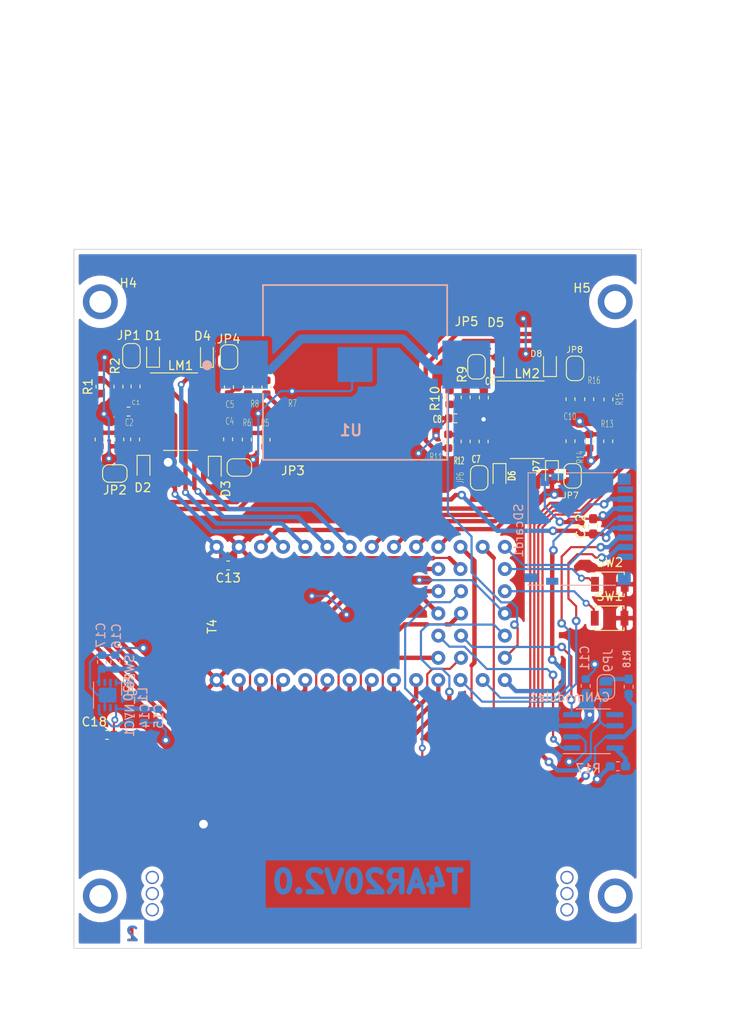
<source format=kicad_pcb>
(kicad_pcb (version 20171130) (host pcbnew "(5.1.4)-1")
  (layers (0 Front_GND signal) (31 Back_GND signal) (34 B.Paste user hide) (35 F.Paste user hide) (36 B.SilkS user hide) (37 F.SilkS user) (38 B.Mask user hide) (39 F.Mask user hide) (44 Edge.Cuts user))
  (net 0 "")
  (net 1 Ground)
  (net 2 VBAT)
  (net 3 ON_OFF)
  (net 4 Vinn_5V)
  (net 5 12_MISO)
  (net 6 11_MOSI)
  (net 7 10_CS)
  (net 8 IN1+)
  (net 9 IN2+)
  (net 10 IN3+)
  (net 11 IN4+)
  (net 12 Out1)
  (net 13 Out2)
  (net 14 Out3)
  (net 15 Out4)
  (net 16 12V_IN)
  (net 17 33_MCLK2)
  (net 18 32_OUT1B)
  (net 19 31_CTX3)
  (net 20 30_CRX3)
  (net 21 29_TX7)
  (net 22 28_RX7)
  (net 23 27_A13)
  (net 24 9_OUT1C)
  (net 25 7_RX2_OUT1A)
  (net 26 6_OUT1D)
  (net 27 5_IN2)
  (net 28 4_BCLK2)
  (net 29 3_LRCLK2)
  (net 30 2_OUT2)
  (net 31 1_TX1)
  (net 32 Sensor_Input_1)
  (net 33 Sensor_Input_2)
  (net 34 Sensor_Input_3)
  (net 35 Sensor_Input_4)
  (net 36 "Net-(CANmodule1-Pad8)")
  (net 37 "Net-(L1-Pad1)")
  (net 38 "Net-(C1-Pad2)")
  (net 39 "Net-(C2-Pad2)")
  (net 40 "Net-(C4-Pad2)")
  (net 41 "Net-(C5-Pad2)")
  (net 42 "Net-(C10-Pad2)")
  (net 43 "Net-(C6-Pad2)")
  (net 44 IN5+)
  (net 45 "Net-(C7-Pad2)")
  (net 46 IN6+)
  (net 47 "Net-(C9-Pad2)")
  (net 48 IN7+)
  (net 49 IN8+)
  (net 50 Out5)
  (net 51 Out6)
  (net 52 Out7)
  (net 53 Out8)
  (net 54 "Net-(JP9-Pad1)")
  (net 55 Sensor_Input_5)
  (net 56 Sensor_Input_6)
  (net 57 Sensor_Input_7)
  (net 58 Sensor_Input_8)
  (net 59 3.3V)
  (net 60 "Net-(R20-Pad2)")
  (net 61 24_TX6_A10)
  (net 62 25_RX6_A11)
  (net 63 8_TX2_IN1)
  (net 64 0_RX1)
  (net 65 SCLK)
  (net 66 20_TX3)
  (net 67 21_RX3)
  (net 68 CANH)
  (net 69 CANL)
  (net 70 3V3)
  (net 71 26_A12)
  (net 72 Program)
  (module Capacitor_SMD:C_0603_1608Metric (layer Front_GND) (at 128.23952 104.81818 180)
    (fp_text reference C13 (at 0 -1.43) (layer F.SilkS))
    (fp_text value 10u)
    (pad 2 smd roundrect (at 0.7875 0 180) (size 0.875 0.95) (layers Front_GND F.Paste F.Mask) (net 4 Vinn_5V))
    (pad 1 smd roundrect (at -0.7875 0 180) (size 0.875 0.95) (layers Front_GND F.Paste F.Mask) (net 1 Ground))
  )
  (module Capacitor_SMD:C_0603_1608Metric_Pad1.05x0.95mm_HandSolder (layer Front_GND) (at 170.05554 100.3427 90)
    (fp_text reference C12 (at 0 -1.43 270) (layer F.SilkS))
    (fp_text value 10u)
    (pad 2 smd roundrect (at 0.875 0 90) (size 1.05 0.95) (layers Front_GND F.Paste F.Mask) (net 1 Ground))
    (pad 1 smd roundrect (at -0.875 0 90) (size 1.05 0.95) (layers Front_GND F.Paste F.Mask) (net 59 3.3V))
  )
  (module Button_Switch_SMD:SW_SPST_B3U-1000P (layer Front_GND) (at 171.93768 110.85068)
    (fp_text reference SW1 (at 0 -2.5) (layer F.SilkS))
    (fp_text value SW_Push)
    (pad 2 smd rect (at 1.7 0) (size 0.9 1.7) (layers Front_GND F.Paste F.Mask) (net 1 Ground))
    (pad 1 smd rect (at -1.7 0) (size 0.9 1.7) (layers Front_GND F.Paste F.Mask) (net 72 Program))
  )
  (module Button_Switch_SMD:SW_SPST_B3U-1000P (layer Front_GND) (at 171.96382 106.9721)
    (fp_text reference SW2 (at 0 -2.5) (layer F.SilkS))
    (fp_text value SW_Push)
    (pad 2 smd rect (at 1.7 0) (size 0.9 1.7) (layers Front_GND F.Paste F.Mask) (net 1 Ground))
    (pad 1 smd rect (at -1.7 0) (size 0.9 1.7) (layers Front_GND F.Paste F.Mask) (net 3 ON_OFF))
  )
  (module Teensy_Footprint_Library:S8211-46R (layer Back_GND) (at 142.77848 81.82864)
    (fp_text reference U1 (at -0.476 7.523) (layer B.SilkS) (effects (font (size 1.27 1.27) (thickness 0.254)) (justify mirror)))
    (fp_text value S8211-46R hide)
    (pad 1 smd rect (at -12.75 0 270) (size 5.5 5.5) (layers Back_GND B.Paste B.Mask) (net 2 VBAT))
    (pad 2 smd rect (at 12.75 0 270) (size 5.5 5.5) (layers Back_GND B.Paste B.Mask) (net 2 VBAT))
    (pad 3 smd rect (at 0 0 270) (size 4 4) (layers Back_GND B.Paste B.Mask) (net 1 Ground))
  )
  (module Teensy_Footprint_Library:Teensy_40_footprint (layer Front_GND) (at 126.91618 117.92712 90)
    (fp_text reference T4 (at 6.12902 -0.51308 90) (layer F.SilkS))
    (fp_text value BreakoutBoardTeensy_Teensy_pins)
    (pad 43 thru_hole circle (at 12.7 25.4 90) (size 1.6 1.6) (drill 0.8) (layers *.Cu *.Mask) (net 62 25_RX6_A11))
    (pad 42 thru_hole circle (at 10.16 25.4 90) (size 1.6 1.6) (drill 0.8) (layers *.Cu *.Mask) (net 23 27_A13))
    (pad 41 thru_hole circle (at 7.62 25.4 90) (size 1.6 1.6) (drill 0.8) (layers *.Cu *.Mask) (net 21 29_TX7))
    (pad 40 thru_hole circle (at 5.08 25.4 90) (size 1.6 1.6) (drill 0.8) (layers *.Cu *.Mask) (net 19 31_CTX3))
    (pad 39 thru_hole circle (at 2.54 25.4 90) (size 1.6 1.6) (drill 0.8) (layers *.Cu *.Mask) (net 17 33_MCLK2))
    (pad 38 thru_hole circle (at 12.7 27.94 90) (size 1.6 1.6) (drill 0.8) (layers *.Cu *.Mask) (net 61 24_TX6_A10))
    (pad 37 thru_hole circle (at 10.16 28 90) (size 1.6 1.6) (drill 0.8) (layers *.Cu *.Mask) (net 71 26_A12))
    (pad 36 thru_hole circle (at 7.62 28 90) (size 1.6 1.6) (drill 0.8) (layers *.Cu *.Mask) (net 22 28_RX7))
    (pad 35 thru_hole circle (at 5.08 28 90) (size 1.6 1.6) (drill 0.8) (layers *.Cu *.Mask) (net 20 30_CRX3))
    (pad 34 thru_hole circle (at 2.54 28 90) (size 1.6 1.6) (drill 0.8) (layers *.Cu *.Mask) (net 18 32_OUT1B))
    (pad 33 thru_hole circle (at 12.7 33.02 90) (size 1.6 1.6) (drill 0.8) (layers *.Cu *.Mask) (net 3 ON_OFF))
    (pad 32 thru_hole circle (at 10.16 33.02 90) (size 1.6 1.6) (drill 0.8) (layers *.Cu *.Mask) (net 72 Program))
    (pad 31 thru_hole circle (at 7.62 33.02 90) (size 1.6 1.6) (drill 0.8) (layers *.Cu *.Mask) (net 1 Ground))
    (pad 30 thru_hole circle (at 5.08 33.02 90) (size 1.6 1.6) (drill 0.8) (layers *.Cu *.Mask) (net 70 3V3))
    (pad 29 thru_hole circle (at 2.54 33.02 90) (size 1.6 1.6) (drill 0.8) (layers *.Cu *.Mask) (net 2 VBAT))
    (pad 28 thru_hole circle (at 15.24 33.02 90) (size 1.6 1.6) (drill 0.8) (layers *.Cu *.Mask) (net 65 SCLK))
    (pad 27 thru_hole circle (at 0 33.02 90) (size 1.6 1.6) (drill 0.8) (layers *.Cu *.Mask) (net 5 12_MISO))
    (pad 26 thru_hole circle (at 15.24 30.48 90) (size 1.6 1.6) (drill 0.8) (layers *.Cu *.Mask) (net 66 20_TX3))
    (pad 25 thru_hole circle (at 0 30.48 90) (size 1.6 1.6) (drill 0.8) (layers *.Cu *.Mask) (net 6 11_MOSI))
    (pad 24 thru_hole circle (at 15.24 27.94 90) (size 1.6 1.6) (drill 0.8) (layers *.Cu *.Mask) (net 67 21_RX3))
    (pad 23 thru_hole circle (at 0 27.94 90) (size 1.6 1.6) (drill 0.8) (layers *.Cu *.Mask) (net 7 10_CS))
    (pad 22 thru_hole circle (at 15.24 25.4 90) (size 1.6 1.6) (drill 0.8) (layers *.Cu *.Mask) (net 52 Out7))
    (pad 21 thru_hole circle (at 0 25.4 90) (size 1.6 1.6) (drill 0.8) (layers *.Cu *.Mask) (net 24 9_OUT1C))
    (pad 20 thru_hole circle (at 15.24 22.86 90) (size 1.6 1.6) (drill 0.8) (layers *.Cu *.Mask) (net 53 Out8))
    (pad 19 thru_hole circle (at 0 22.86 90) (size 1.6 1.6) (drill 0.8) (layers *.Cu *.Mask) (net 63 8_TX2_IN1))
    (pad 18 thru_hole circle (at 15.24 20.32 90) (size 1.6 1.6) (drill 0.8) (layers *.Cu *.Mask) (net 50 Out5))
    (pad 17 thru_hole circle (at 0 20.32 90) (size 1.6 1.6) (drill 0.8) (layers *.Cu *.Mask) (net 25 7_RX2_OUT1A))
    (pad 16 thru_hole circle (at 15.24 17.78 90) (size 1.6 1.6) (drill 0.8) (layers *.Cu *.Mask) (net 51 Out6))
    (pad 15 thru_hole circle (at 0 17.78 90) (size 1.6 1.6) (drill 0.8) (layers *.Cu *.Mask) (net 26 6_OUT1D))
    (pad 14 thru_hole circle (at 15.24 15.24 90) (size 1.6 1.6) (drill 0.8) (layers *.Cu *.Mask) (net 15 Out4))
    (pad 13 thru_hole circle (at 0 15.24 90) (size 1.6 1.6) (drill 0.8) (layers *.Cu *.Mask) (net 27 5_IN2))
    (pad 12 thru_hole circle (at 15.24 12.7 90) (size 1.6 1.6) (drill 0.8) (layers *.Cu *.Mask) (net 14 Out3))
    (pad 11 thru_hole circle (at 0 12.7 90) (size 1.6 1.6) (drill 0.8) (layers *.Cu *.Mask) (net 28 4_BCLK2))
    (pad 10 thru_hole circle (at 15.24 10.16 90) (size 1.6 1.6) (drill 0.8) (layers *.Cu *.Mask) (net 12 Out1))
    (pad 9 thru_hole circle (at 0 10.16 90) (size 1.6 1.6) (drill 0.8) (layers *.Cu *.Mask) (net 29 3_LRCLK2))
    (pad 8 thru_hole circle (at 15.24 7.62 90) (size 1.6 1.6) (drill 0.8) (layers *.Cu *.Mask) (net 13 Out2))
    (pad 7 thru_hole circle (at 0 7.62 90) (size 1.6 1.6) (drill 0.8) (layers *.Cu *.Mask) (net 30 2_OUT2))
    (pad 6 thru_hole circle (at 15.24 5.08 90) (size 1.6 1.6) (drill 0.8) (layers *.Cu *.Mask) (net 59 3.3V))
    (pad 5 thru_hole circle (at 0 5.08 90) (size 1.6 1.6) (drill 0.8) (layers *.Cu *.Mask) (net 31 1_TX1))
    (pad 4 thru_hole circle (at 15.24 2.54 90) (size 1.6 1.6) (drill 0.8) (layers *.Cu *.Mask) (net 1 Ground))
    (pad 3 thru_hole circle (at 0 2.54 90) (size 1.6 1.6) (drill 0.8) (layers *.Cu *.Mask) (net 64 0_RX1))
    (pad 2 thru_hole circle (at 15.24 0 90) (size 1.6 1.6) (drill 0.8) (layers *.Cu *.Mask) (net 4 Vinn_5V))
    (pad 1 thru_hole circle (at 0 0 90) (size 1.6 1.6) (drill 0.8) (layers *.Cu *.Mask) (net 1 Ground))
  )
  (module Package_SO:SOIC-8_3.9x4.9mm_P1.27mm (layer Back_GND) (at 170.0657 123.79706)
    (fp_text reference CANmodule1 (at -2.70256 -3.90144 180) (layer B.SilkS) (effects (justify mirror)))
    (fp_text value MCP2551-I-SN)
    (pad 8 smd roundrect (at 2.475 1.905) (size 1.95 0.6) (layers Back_GND B.Paste B.Mask) (net 36 "Net-(CANmodule1-Pad8)"))
    (pad 7 smd roundrect (at 2.475 0.635) (size 1.95 0.6) (layers Back_GND B.Paste B.Mask) (net 68 CANH))
    (pad 6 smd roundrect (at 2.475 -0.635) (size 1.95 0.6) (layers Back_GND B.Paste B.Mask) (net 69 CANL))
    (pad 5 smd roundrect (at 2.475 -1.905) (size 1.95 0.6) (layers Back_GND B.Paste B.Mask))
    (pad 4 smd roundrect (at -2.475 -1.905) (size 1.95 0.6) (layers Back_GND B.Paste B.Mask) (net 20 30_CRX3))
    (pad 3 smd roundrect (at -2.475 -0.635) (size 1.95 0.6) (layers Back_GND B.Paste B.Mask) (net 4 Vinn_5V))
    (pad 2 smd roundrect (at -2.475 0.635) (size 1.95 0.6) (layers Back_GND B.Paste B.Mask) (net 1 Ground))
    (pad 1 smd roundrect (at -2.475 1.905) (size 1.95 0.6) (layers Back_GND B.Paste B.Mask) (net 19 31_CTX3))
  )
  (module Teensy_Footprint_Library:Connector_MX34_36pins (layer Front_GND) (at 143.30172 140.75664)
    (fp_text reference MX1 hide)
    (fp_text value MX34_36_pins)
    (pad 110 thru_hole circle (at 23.75 3.46358) (size 1.524 1.524) (drill 1.2) (layers *.Cu *.Mask))
    (pad 80 thru_hole circle (at -23.75 3.46358) (size 1.524 1.524) (drill 1.2) (layers *.Cu *.Mask))
    (pad 100 thru_hole circle (at 23.75 1.61358) (size 1.524 1.524) (drill 1.2) (layers *.Cu *.Mask))
    (pad 70 thru_hole circle (at -23.75 1.61358) (size 1.524 1.524) (drill 1.2) (layers *.Cu *.Mask))
    (pad 90 thru_hole circle (at 23.75 -0.23642) (size 1.524 1.524) (drill 1.2) (layers *.Cu *.Mask))
    (pad 60 thru_hole circle (at -23.75 -0.23642) (size 1.524 1.524) (drill 1.2) (layers *.Cu *.Mask))
    (pad 1 smd rect (at -19.25828 -10.58926) (size 0.7 4.8) (layers Front_GND F.Paste F.Mask) (net 16 12V_IN))
    (pad 2 smd rect (at -18.15828 -10.58926) (size 0.7 4.8) (layers Front_GND F.Paste F.Mask) (net 4 Vinn_5V))
    (pad 3 smd rect (at -17.05828 -10.58926) (size 0.7 4.8) (layers Front_GND F.Paste F.Mask) (net 32 Sensor_Input_1))
    (pad 4 smd rect (at -15.95828 -10.58926) (size 0.7 4.8) (layers Front_GND F.Paste F.Mask) (net 33 Sensor_Input_2))
    (pad 5 smd rect (at -14.85828 -10.58926) (size 0.7 4.8) (layers Front_GND F.Paste F.Mask) (net 34 Sensor_Input_3))
    (pad 6 smd rect (at -13.75828 -10.58926) (size 0.7 4.8) (layers Front_GND F.Paste F.Mask) (net 35 Sensor_Input_4))
    (pad 7 smd rect (at -12.65828 -10.58926) (size 0.7 4.8) (layers Front_GND F.Paste F.Mask) (net 64 0_RX1))
    (pad 8 smd rect (at -11.55828 -10.58926) (size 0.7 4.8) (layers Front_GND F.Paste F.Mask) (net 61 24_TX6_A10))
    (pad 9 smd rect (at -10.45828 -10.58926) (size 0.7 4.8) (layers Front_GND F.Paste F.Mask) (net 31 1_TX1))
    (pad 10 smd rect (at -9.35828 -10.58926) (size 0.7 4.8) (layers Front_GND F.Paste F.Mask) (net 62 25_RX6_A11))
    (pad 11 smd rect (at -8.25828 -10.58926) (size 0.7 4.8) (layers Front_GND F.Paste F.Mask) (net 30 2_OUT2))
    (pad 12 smd rect (at -7.15828 -10.58926) (size 0.7 4.8) (layers Front_GND F.Paste F.Mask) (net 29 3_LRCLK2))
    (pad 13 smd rect (at -6.05828 -10.58926) (size 0.7 4.8) (layers Front_GND F.Paste F.Mask) (net 23 27_A13))
    (pad 14 smd rect (at -4.95828 -10.58926) (size 0.7 4.8) (layers Front_GND F.Paste F.Mask) (net 28 4_BCLK2))
    (pad 15 smd rect (at -3.85828 -10.58926) (size 0.7 4.8) (layers Front_GND F.Paste F.Mask) (net 21 29_TX7))
    (pad 16 smd rect (at -2.75828 -10.58926) (size 0.7 4.8) (layers Front_GND F.Paste F.Mask) (net 27 5_IN2))
    (pad 17 smd rect (at -1.65828 -10.58926) (size 0.7 4.8) (layers Front_GND F.Paste F.Mask) (net 22 28_RX7))
    (pad 18 smd rect (at -0.55828 -10.58926) (size 0.7 4.8) (layers Front_GND F.Paste F.Mask) (net 26 6_OUT1D))
    (pad 19 smd rect (at 0.54172 -10.58926) (size 0.7 4.8) (layers Front_GND F.Paste F.Mask) (net 17 33_MCLK2))
    (pad 20 smd rect (at 1.64172 -10.58926) (size 0.7 4.8) (layers Front_GND F.Paste F.Mask) (net 25 7_RX2_OUT1A))
    (pad 21 smd rect (at 2.74172 -10.58926) (size 0.7 4.8) (layers Front_GND F.Paste F.Mask) (net 63 8_TX2_IN1))
    (pad 22 smd rect (at 3.84172 -10.58926) (size 0.7 4.8) (layers Front_GND F.Paste F.Mask) (net 18 32_OUT1B))
    (pad 23 smd rect (at 4.94172 -10.58926) (size 0.7 4.8) (layers Front_GND F.Paste F.Mask) (net 24 9_OUT1C))
    (pad 24 smd rect (at 6.04172 -10.58926) (size 0.7 4.8) (layers Front_GND F.Paste F.Mask) (net 70 3V3))
    (pad 25 smd rect (at 7.14172 -10.58926) (size 0.7 4.8) (layers Front_GND F.Paste F.Mask) (net 71 26_A12))
    (pad 26 smd rect (at 8.24172 -10.58926) (size 0.7 4.8) (layers Front_GND F.Paste F.Mask) (net 1 Ground))
    (pad 27 smd rect (at 9.34172 -10.58926) (size 0.7 4.8) (layers Front_GND F.Paste F.Mask) (net 1 Ground))
    (pad 28 smd rect (at 10.44172 -10.58926) (size 0.7 4.8) (layers Front_GND F.Paste F.Mask) (net 1 Ground))
    (pad 29 smd rect (at 11.54172 -10.58926) (size 0.7 4.8) (layers Front_GND F.Paste F.Mask) (net 67 21_RX3))
    (pad 30 smd rect (at 12.64172 -10.58926) (size 0.7 4.8) (layers Front_GND F.Paste F.Mask) (net 66 20_TX3))
    (pad 31 smd rect (at 13.74172 -10.58926) (size 0.7 4.8) (layers Front_GND F.Paste F.Mask) (net 57 Sensor_Input_7))
    (pad 32 smd rect (at 14.84172 -10.58926) (size 0.7 4.8) (layers Front_GND F.Paste F.Mask) (net 58 Sensor_Input_8))
    (pad 33 smd rect (at 15.94172 -10.58926) (size 0.7 4.8) (layers Front_GND F.Paste F.Mask) (net 55 Sensor_Input_5))
    (pad 34 smd rect (at 17.04172 -10.58926) (size 0.7 4.8) (layers Front_GND F.Paste F.Mask) (net 56 Sensor_Input_6))
    (pad 35 smd rect (at 18.14172 -10.58926) (size 0.7 4.8) (layers Front_GND F.Paste F.Mask) (net 69 CANL))
    (pad 36 smd rect (at 19.24172 -10.58926) (size 0.7 4.8) (layers Front_GND F.Paste F.Mask) (net 68 CANH))
  )
  (module Resistor_SMD:R_0603_1608Metric (layer Front_GND) (at 115.7732 90.39088 270)
    (fp_text reference R4 hide)
    (fp_text value 20k)
    (pad 2 smd roundrect (at 0.7875 0 270) (size 0.875 0.95) (layers Front_GND F.Paste F.Mask) (net 1 Ground))
    (pad 1 smd roundrect (at -0.7875 0 270) (size 0.875 0.95) (layers Front_GND F.Paste F.Mask) (net 9 IN2+))
  )
  (module Capacitor_SMD:C_0603_1608Metric (layer Front_GND) (at 117.58422 90.39088 270)
    (fp_text reference C2 (at -1.93792 0.66802 180) (layer F.SilkS) (effects (font (size 0.8 0.5) (thickness 0.05))))
    (fp_text value 1.5n)
    (pad 2 smd roundrect (at 0.7875 0 270) (size 0.875 0.95) (layers Front_GND F.Paste F.Mask) (net 39 "Net-(C2-Pad2)"))
    (pad 1 smd roundrect (at -0.7875 0 270) (size 0.875 0.95) (layers Front_GND F.Paste F.Mask) (net 9 IN2+))
  )
  (module Package_SO:SOIC-14_3.9x8.7mm_P1.27mm (layer Front_GND) (at 162.495 88.138)
    (fp_text reference LM2 (at 0 -5.28) (layer F.SilkS))
    (fp_text value LM324DRG3)
    (pad 14 smd roundrect (at 2.475 -3.81) (size 1.95 0.6) (layers Front_GND F.Paste F.Mask) (net 53 Out8))
    (pad 13 smd roundrect (at 2.475 -2.54) (size 1.95 0.6) (layers Front_GND F.Paste F.Mask) (net 53 Out8))
    (pad 12 smd roundrect (at 2.475 -1.27) (size 1.95 0.6) (layers Front_GND F.Paste F.Mask) (net 49 IN8+))
    (pad 11 smd roundrect (at 2.475 0) (size 1.95 0.6) (layers Front_GND F.Paste F.Mask) (net 1 Ground))
    (pad 10 smd roundrect (at 2.475 1.27) (size 1.95 0.6) (layers Front_GND F.Paste F.Mask) (net 48 IN7+))
    (pad 9 smd roundrect (at 2.475 2.54) (size 1.95 0.6) (layers Front_GND F.Paste F.Mask) (net 52 Out7))
    (pad 8 smd roundrect (at 2.475 3.81) (size 1.95 0.6) (layers Front_GND F.Paste F.Mask) (net 52 Out7))
    (pad 7 smd roundrect (at -2.475 3.81) (size 1.95 0.6) (layers Front_GND F.Paste F.Mask) (net 51 Out6))
    (pad 6 smd roundrect (at -2.475 2.54) (size 1.95 0.6) (layers Front_GND F.Paste F.Mask) (net 51 Out6))
    (pad 5 smd roundrect (at -2.475 1.27) (size 1.95 0.6) (layers Front_GND F.Paste F.Mask) (net 46 IN6+))
    (pad 4 smd roundrect (at -2.475 0) (size 1.95 0.6) (layers Front_GND F.Paste F.Mask) (net 4 Vinn_5V))
    (pad 3 smd roundrect (at -2.475 -1.27) (size 1.95 0.6) (layers Front_GND F.Paste F.Mask) (net 44 IN5+))
    (pad 2 smd roundrect (at -2.475 -2.54) (size 1.95 0.6) (layers Front_GND F.Paste F.Mask) (net 50 Out5))
    (pad 1 smd roundrect (at -2.475 -3.81) (size 1.95 0.6) (layers Front_GND F.Paste F.Mask) (net 50 Out5))
  )
  (module Package_DFN_QFN:DFN-8-1EP_3x3mm_P0.65mm_EP1.7x2.05mm (layer Back_GND) (at 114.42954 119.65432 90)
    (fp_text reference SWReg_NVC1 (at -0.07874 2.53238 270) (layer B.SilkS) (effects (justify mirror)))
    (fp_text value NCV890430MW50TXG)
    (pad 8 smd roundrect (at 1.45 0.975 90) (size 0.8 0.3) (layers Back_GND B.Paste B.Mask) (net 37 "Net-(L1-Pad1)"))
    (pad 7 smd roundrect (at 1.45 0.325 90) (size 0.8 0.3) (layers Back_GND B.Paste B.Mask) (net 1 Ground))
    (pad 6 smd roundrect (at 1.45 -0.325 90) (size 0.8 0.3) (layers Back_GND B.Paste B.Mask))
    (pad 5 smd roundrect (at 1.45 -0.975 90) (size 0.8 0.3) (layers Back_GND B.Paste B.Mask) (net 4 Vinn_5V))
    (pad 4 smd roundrect (at -1.45 -0.975 90) (size 0.8 0.3) (layers Back_GND B.Paste B.Mask) (net 60 "Net-(R20-Pad2)"))
    (pad 3 smd roundrect (at -1.45 -0.325 90) (size 0.8 0.3) (layers Back_GND B.Paste B.Mask) (net 1 Ground))
    (pad 2 smd roundrect (at -1.45 0.325 90) (size 0.8 0.3) (layers Back_GND B.Paste B.Mask))
    (pad 1 smd roundrect (at -1.45 0.975 90) (size 0.8 0.3) (layers Back_GND B.Paste B.Mask) (net 16 12V_IN))
    (pad 9 smd roundrect (at 0 0 90) (size 1.7 2.05) (layers Back_GND B.Mask) (roundrect_rratio 0.147059) (net 1 Ground))
  )
  (module Connector_Card:microSD_HC_Hirose_DM3D-SF (layer Back_GND) (at 168.38676 100.6475 270)
    (fp_text reference SDcard1 (at 0.1838 6.8731 270) (layer B.SilkS) (effects (justify mirror)))
    (fp_text value Micro_SD_Card)
    (pad 10 smd rect (at 5.575 5.45 270) (size 1 1.55) (layers Back_GND B.Paste B.Mask))
    (pad 11 smd rect (at 5.625 -5.225 270) (size 1.5 1.5) (layers Back_GND B.Paste B.Mask))
    (pad 1 smd rect (at 3.175 -5.35 270) (size 0.7 1.75) (layers Back_GND B.Paste B.Mask))
    (pad 2 smd rect (at 2.075 -5.35 270) (size 0.7 1.75) (layers Back_GND B.Paste B.Mask) (net 7 10_CS))
    (pad 3 smd rect (at 0.975 -5.35 270) (size 0.7 1.75) (layers Back_GND B.Paste B.Mask) (net 6 11_MOSI))
    (pad 4 smd rect (at -0.125 -5.35 270) (size 0.7 1.75) (layers Back_GND B.Paste B.Mask) (net 59 3.3V))
    (pad 5 smd rect (at -1.225 -5.35 270) (size 0.7 1.75) (layers Back_GND B.Paste B.Mask) (net 65 SCLK))
    (pad 6 smd rect (at -2.325 -5.35 270) (size 0.7 1.75) (layers Back_GND B.Paste B.Mask) (net 1 Ground))
    (pad 7 smd rect (at -3.425 -5.35 270) (size 0.7 1.75) (layers Back_GND B.Paste B.Mask) (net 5 12_MISO))
    (pad 11 smd rect (at 5.975 3.025 270) (size 0.8 1.4) (layers Back_GND B.Paste B.Mask))
    (pad 9 smd rect (at -5.65 3.875 270) (size 1.45 1) (layers Back_GND B.Paste B.Mask) (net 1 Ground))
    (pad 11 smd rect (at -5.975 2.375 270) (size 0.8 1.5) (layers Back_GND B.Paste B.Mask))
    (pad 11 smd rect (at -5.725 -5.225 270) (size 1.3 1.5) (layers Back_GND B.Paste B.Mask))
    (pad 8 smd rect (at -4.525 -5.35 270) (size 0.7 1.75) (layers Back_GND B.Paste B.Mask))
  )
  (module Resistor_SMD:R_0603_1608Metric (layer Back_GND) (at 116.97462 122.01906 270)
    (fp_text reference R20 (at -3.10886 0.17018 270) (layer B.SilkS) (effects (justify mirror)))
    (fp_text value 10k)
    (pad 2 smd roundrect (at 0.7875 0 270) (size 0.875 0.95) (layers Back_GND B.Paste B.Mask) (net 60 "Net-(R20-Pad2)"))
    (pad 1 smd roundrect (at -0.7875 0 270) (size 0.875 0.95) (layers Back_GND B.Paste B.Mask) (net 16 12V_IN))
  )
  (module Resistor_SMD:R_0603_1608Metric_Pad1.05x0.95mm_HandSolder (layer Back_GND) (at 174.11954 118.70052 90)
    (fp_text reference R18 (at 3.18138 -0.20574 270) (layer B.SilkS) (effects (font (size 0.8 0.7)) (justify mirror)))
    (fp_text value 120)
    (pad 2 smd roundrect (at 0.875 0 90) (size 1.05 0.95) (layers Back_GND B.Paste B.Mask) (net 54 "Net-(JP9-Pad1)"))
    (pad 1 smd roundrect (at -0.875 0 90) (size 1.05 0.95) (layers Back_GND B.Paste B.Mask) (net 68 CANH))
  )
  (module Resistor_SMD:R_0603_1608Metric_Pad1.05x0.95mm_HandSolder (layer Back_GND) (at 172.88764 127.80264)
    (fp_text reference R17 (at -3.3922 0.24638 180) (layer B.SilkS) (effects (justify mirror)))
    (fp_text value 68)
    (pad 2 smd roundrect (at 0.875 0) (size 1.05 0.95) (layers Back_GND B.Paste B.Mask) (net 36 "Net-(CANmodule1-Pad8)"))
    (pad 1 smd roundrect (at -0.875 0) (size 1.05 0.95) (layers Back_GND B.Paste B.Mask) (net 1 Ground))
  )
  (module Resistor_SMD:R_0603_1608Metric (layer Front_GND) (at 169.60088 85.79094 90)
    (fp_text reference R16 (at 2.15128 0.55626 180) (layer F.SilkS) (effects (font (size 0.8 0.5) (thickness 0.05))))
    (fp_text value 20k)
    (pad 2 smd roundrect (at 0.7875 0 90) (size 0.875 0.95) (layers Front_GND F.Paste F.Mask) (net 1 Ground))
    (pad 1 smd roundrect (at -0.7875 0 90) (size 0.875 0.95) (layers Front_GND F.Paste F.Mask) (net 49 IN8+))
  )
  (module Resistor_SMD:R_0603_1608Metric (layer Front_GND) (at 171.79798 85.814 90)
    (fp_text reference R15 (at 0.04836 1.28016 270) (layer F.SilkS) (effects (font (size 0.8 0.5) (thickness 0.05))))
    (fp_text value 10k)
    (pad 2 smd roundrect (at 0.7875 0 90) (size 0.875 0.95) (layers Front_GND F.Paste F.Mask) (net 49 IN8+))
    (pad 1 smd roundrect (at -0.7875 0 90) (size 0.875 0.95) (layers Front_GND F.Paste F.Mask) (net 58 Sensor_Input_8))
  )
  (module Resistor_SMD:R_0603_1608Metric (layer Front_GND) (at 169.61104 90.59662 270)
    (fp_text reference R14 (at 1.82128 1.03886 270) (layer F.SilkS) (effects (font (size 0.8 0.5) (thickness 0.05))))
    (fp_text value 20k)
    (pad 2 smd roundrect (at 0.7875 0 270) (size 0.875 0.95) (layers Front_GND F.Paste F.Mask) (net 1 Ground))
    (pad 1 smd roundrect (at -0.7875 0 270) (size 0.875 0.95) (layers Front_GND F.Paste F.Mask) (net 48 IN7+))
  )
  (module Resistor_SMD:R_0603_1608Metric (layer Front_GND) (at 171.77512 90.60698 90)
    (fp_text reference R13 (at 1.98638 -0.11684) (layer F.SilkS) (effects (font (size 0.8 0.5) (thickness 0.05))))
    (fp_text value 10k)
    (pad 2 smd roundrect (at 0.7875 0 90) (size 0.875 0.95) (layers Front_GND F.Paste F.Mask) (net 48 IN7+))
    (pad 1 smd roundrect (at -0.7875 0 90) (size 0.875 0.95) (layers Front_GND F.Paste F.Mask) (net 57 Sensor_Input_7))
  )
  (module Resistor_SMD:R_0603_1608Metric (layer Front_GND) (at 155.448 90.6271 270)
    (fp_text reference R12 (at 2.20482 0.74676 180) (layer F.SilkS) (effects (font (size 0.8 0.4) (thickness 0.1))))
    (fp_text value 20k)
    (pad 2 smd roundrect (at 0.7875 0 270) (size 0.875 0.95) (layers Front_GND F.Paste F.Mask) (net 1 Ground))
    (pad 1 smd roundrect (at -0.7875 0 270) (size 0.875 0.95) (layers Front_GND F.Paste F.Mask) (net 46 IN6+))
  )
  (module Resistor_SMD:R_0603_1608Metric (layer Front_GND) (at 153.46172 90.6019 90)
    (fp_text reference R11 (at -1.78806 -1.41478 180) (layer F.SilkS) (effects (font (size 0.8 0.5) (thickness 0.05))))
    (fp_text value 10k)
    (pad 2 smd roundrect (at 0.7875 0 90) (size 0.875 0.95) (layers Front_GND F.Paste F.Mask) (net 46 IN6+))
    (pad 1 smd roundrect (at -0.7875 0 90) (size 0.875 0.95) (layers Front_GND F.Paste F.Mask) (net 56 Sensor_Input_6))
  )
  (module Resistor_SMD:R_0603_1608Metric (layer Front_GND) (at 155.448 85.5725 90)
    (fp_text reference R10 (at -0.14742 -3.51536 90) (layer F.SilkS))
    (fp_text value 20k)
    (pad 2 smd roundrect (at 0.7875 0 90) (size 0.875 0.95) (layers Front_GND F.Paste F.Mask) (net 1 Ground))
    (pad 1 smd roundrect (at -0.7875 0 90) (size 0.875 0.95) (layers Front_GND F.Paste F.Mask) (net 44 IN5+))
  )
  (module Resistor_SMD:R_0603_1608Metric (layer Front_GND) (at 153.6065 85.59048 270)
    (fp_text reference R9 (at -2.6417 -1.44018 90) (layer F.SilkS))
    (fp_text value 10k)
    (pad 2 smd roundrect (at 0.7875 0 270) (size 0.875 0.95) (layers Front_GND F.Paste F.Mask) (net 44 IN5+))
    (pad 1 smd roundrect (at -0.7875 0 270) (size 0.875 0.95) (layers Front_GND F.Paste F.Mask) (net 55 Sensor_Input_5))
  )
  (module Resistor_SMD:R_0603_1608Metric (layer Front_GND) (at 130.5179 84.42188 270)
    (fp_text reference R8 (at 1.90002 -0.77216 180) (layer F.SilkS) (effects (font (size 0.8 0.5) (thickness 0.05))))
    (fp_text value 20k)
    (pad 2 smd roundrect (at 0.7875 0 270) (size 0.875 0.95) (layers Front_GND F.Paste F.Mask) (net 1 Ground))
    (pad 1 smd roundrect (at -0.7875 0 270) (size 0.875 0.95) (layers Front_GND F.Paste F.Mask) (net 11 IN4+))
  )
  (module Resistor_SMD:R_0603_1608Metric (layer Front_GND) (at 132.62102 84.42208 90)
    (fp_text reference R7 (at -1.84648 2.9972 180) (layer F.SilkS) (effects (font (size 0.8 0.5) (thickness 0.05))))
    (fp_text value 10k)
    (pad 2 smd roundrect (at 0.7875 0 90) (size 0.875 0.95) (layers Front_GND F.Paste F.Mask) (net 11 IN4+))
    (pad 1 smd roundrect (at -0.7875 0 90) (size 0.875 0.95) (layers Front_GND F.Paste F.Mask) (net 35 Sensor_Input_4))
  )
  (module Resistor_SMD:R_0603_1608Metric (layer Front_GND) (at 130.3782 90.40612 270)
    (fp_text reference R6 (at -1.92014 -0.02286 180) (layer F.SilkS) (effects (font (size 0.8 0.5) (thickness 0.05))))
    (fp_text value 20k)
    (pad 2 smd roundrect (at 0.7875 0 270) (size 0.875 0.95) (layers Front_GND F.Paste F.Mask) (net 1 Ground))
    (pad 1 smd roundrect (at -0.7875 0 270) (size 0.875 0.95) (layers Front_GND F.Paste F.Mask) (net 10 IN3+))
  )
  (module Resistor_SMD:R_0603_1608Metric (layer Front_GND) (at 132.5245 90.4366 90)
    (fp_text reference R5 (at 1.91506 -0.05588 180) (layer F.SilkS) (effects (font (size 0.8 0.5) (thickness 0.05))))
    (fp_text value 10k)
    (pad 2 smd roundrect (at 0.7875 0 90) (size 0.875 0.95) (layers Front_GND F.Paste F.Mask) (net 10 IN3+))
    (pad 1 smd roundrect (at -0.7875 0 90) (size 0.875 0.95) (layers Front_GND F.Paste F.Mask) (net 34 Sensor_Input_3))
  )
  (module Resistor_SMD:R_0603_1608Metric (layer Front_GND) (at 113.52022 90.39342 90)
    (fp_text reference R3 hide)
    (fp_text value 10k)
    (pad 2 smd roundrect (at 0.7875 0 90) (size 0.875 0.95) (layers Front_GND F.Paste F.Mask) (net 9 IN2+))
    (pad 1 smd roundrect (at -0.7875 0 90) (size 0.875 0.95) (layers Front_GND F.Paste F.Mask) (net 33 Sensor_Input_2))
  )
  (module Resistor_SMD:R_0603_1608Metric (layer Front_GND) (at 115.67414 84.34842 90)
    (fp_text reference R2 (at 2.36992 -0.381 90) (layer F.SilkS))
    (fp_text value 20k)
    (pad 2 smd roundrect (at 0.7875 0 90) (size 0.875 0.95) (layers Front_GND F.Paste F.Mask) (net 1 Ground))
    (pad 1 smd roundrect (at -0.7875 0 90) (size 0.875 0.95) (layers Front_GND F.Paste F.Mask) (net 8 IN1+))
  )
  (module Resistor_SMD:R_0603_1608Metric (layer Front_GND) (at 113.6142 84.35604 90)
    (fp_text reference R1 (at 0 -1.43 90) (layer F.SilkS))
    (fp_text value 10k)
    (pad 2 smd roundrect (at 0.7875 0 90) (size 0.875 0.95) (layers Front_GND F.Paste F.Mask) (net 8 IN1+))
    (pad 1 smd roundrect (at -0.7875 0 90) (size 0.875 0.95) (layers Front_GND F.Paste F.Mask) (net 32 Sensor_Input_1))
  )
  (module Package_SO:SOIC-14_3.9x8.7mm_P1.27mm (layer Front_GND) (at 122.78464 87.21852)
    (fp_text reference LM1 (at 0 -5.28) (layer F.SilkS))
    (fp_text value LM324DRG3)
    (pad 14 smd roundrect (at 2.475 -3.81) (size 1.95 0.6) (layers Front_GND F.Paste F.Mask) (net 15 Out4))
    (pad 13 smd roundrect (at 2.475 -2.54) (size 1.95 0.6) (layers Front_GND F.Paste F.Mask) (net 15 Out4))
    (pad 12 smd roundrect (at 2.475 -1.27) (size 1.95 0.6) (layers Front_GND F.Paste F.Mask) (net 11 IN4+))
    (pad 11 smd roundrect (at 2.475 0) (size 1.95 0.6) (layers Front_GND F.Paste F.Mask) (net 1 Ground))
    (pad 10 smd roundrect (at 2.475 1.27) (size 1.95 0.6) (layers Front_GND F.Paste F.Mask) (net 10 IN3+))
    (pad 9 smd roundrect (at 2.475 2.54) (size 1.95 0.6) (layers Front_GND F.Paste F.Mask) (net 14 Out3))
    (pad 8 smd roundrect (at 2.475 3.81) (size 1.95 0.6) (layers Front_GND F.Paste F.Mask) (net 14 Out3))
    (pad 7 smd roundrect (at -2.475 3.81) (size 1.95 0.6) (layers Front_GND F.Paste F.Mask) (net 13 Out2))
    (pad 6 smd roundrect (at -2.475 2.54) (size 1.95 0.6) (layers Front_GND F.Paste F.Mask) (net 13 Out2))
    (pad 5 smd roundrect (at -2.475 1.27) (size 1.95 0.6) (layers Front_GND F.Paste F.Mask) (net 9 IN2+))
    (pad 4 smd roundrect (at -2.475 0) (size 1.95 0.6) (layers Front_GND F.Paste F.Mask) (net 4 Vinn_5V))
    (pad 3 smd roundrect (at -2.475 -1.27) (size 1.95 0.6) (layers Front_GND F.Paste F.Mask) (net 8 IN1+))
    (pad 2 smd roundrect (at -2.475 -2.54) (size 1.95 0.6) (layers Front_GND F.Paste F.Mask) (net 12 Out1))
    (pad 1 smd roundrect (at -2.475 -3.81) (size 1.95 0.6) (layers Front_GND F.Paste F.Mask) (net 12 Out1))
  )
  (module Inductor_SMD:L_0603_1608Metric (layer Back_GND) (at 117.00002 117.47002 90)
    (fp_text reference L1 (at -2.13604 1.46558 90) (layer B.SilkS) (effects (justify mirror)))
    (fp_text value 2.2u)
    (pad 2 smd roundrect (at 0.7875 0 90) (size 0.875 0.95) (layers Back_GND B.Paste B.Mask) (net 4 Vinn_5V))
    (pad 1 smd roundrect (at -0.7875 0 90) (size 0.875 0.95) (layers Back_GND B.Paste B.Mask) (net 37 "Net-(L1-Pad1)"))
  )
  (module Jumper:SolderJumper-2_P1.3mm_Open_RoundedPad1.0x1.5mm (layer Back_GND) (at 171.5135 118.71222 270)
    (fp_text reference JP9 (at -3.0226 -0.25654 270) (layer B.SilkS) (effects (justify mirror)))
    (fp_text value SolderJumper_2_Open)
    (pad 2 smd custom (at 0.65 0 270) (size 1 0.5) (layers Back_GND B.Mask) (net 69 CANL) (options (clearance outline) (anchor rect)) (primitives (gr_circle (center 0 -0.25) (end 0.5 -0.25) (width 0)) (gr_circle (center 0 0.25) (end 0.5 0.25) (width 0)) (gr_poly (pts (xy 0 0.75) (xy -0.5 0.75) (xy -0.5 -0.75) (xy 0 -0.75)) (width 0))))
    (pad 1 smd custom (at -0.65 0 270) (size 1 0.5) (layers Back_GND B.Mask) (net 54 "Net-(JP9-Pad1)") (options (clearance outline) (anchor rect)) (primitives (gr_circle (center 0 -0.25) (end 0.5 -0.25) (width 0)) (gr_circle (center 0 0.25) (end 0.5 0.25) (width 0)) (gr_poly (pts (xy 0 0.75) (xy 0.5 0.75) (xy 0.5 -0.75) (xy 0 -0.75)) (width 0))))
  )
  (module Jumper:SolderJumper-2_P1.3mm_Open_RoundedPad1.0x1.5mm (layer Front_GND) (at 167.98036 82.26274 90)
    (fp_text reference JP8 (at 2.14098 -0.05334 180) (layer F.SilkS) (effects (font (size 0.7 0.7) (thickness 0.1))))
    (fp_text value SJ_Open)
    (pad 2 smd custom (at 0.65 0 90) (size 1 0.5) (layers Front_GND F.Mask) (net 1 Ground) (options (clearance outline) (anchor rect)) (primitives (gr_circle (center 0 0.25) (end 0.5 0.25) (width 0)) (gr_circle (center 0 -0.25) (end 0.5 -0.25) (width 0)) (gr_poly (pts (xy 0 -0.75) (xy -0.5 -0.75) (xy -0.5 0.75) (xy 0 0.75)) (width 0))))
    (pad 1 smd custom (at -0.65 0 90) (size 1 0.5) (layers Front_GND F.Mask) (net 42 "Net-(C10-Pad2)") (options (clearance outline) (anchor rect)) (primitives (gr_circle (center 0 0.25) (end 0.5 0.25) (width 0)) (gr_circle (center 0 -0.25) (end 0.5 -0.25) (width 0)) (gr_poly (pts (xy 0 -0.75) (xy 0.5 -0.75) (xy 0.5 0.75) (xy 0 0.75)) (width 0))))
  )
  (module Jumper:SolderJumper-2_P1.3mm_Open_RoundedPad1.0x1.5mm (layer Front_GND) (at 167.69588 94.56698 270)
    (fp_text reference JP7 (at 2.23242 0.24638 180) (layer F.SilkS) (effects (font (size 0.7 0.7) (thickness 0.1))))
    (fp_text value SJ_Open)
    (pad 2 smd custom (at 0.65 0 270) (size 1 0.5) (layers Front_GND F.Mask) (net 1 Ground) (options (clearance outline) (anchor rect)) (primitives (gr_circle (center 0 0.25) (end 0.5 0.25) (width 0)) (gr_circle (center 0 -0.25) (end 0.5 -0.25) (width 0)) (gr_poly (pts (xy 0 -0.75) (xy -0.5 -0.75) (xy -0.5 0.75) (xy 0 0.75)) (width 0))))
    (pad 1 smd custom (at -0.65 0 270) (size 1 0.5) (layers Front_GND F.Mask) (net 47 "Net-(C9-Pad2)") (options (clearance outline) (anchor rect)) (primitives (gr_circle (center 0 0.25) (end 0.5 0.25) (width 0)) (gr_circle (center 0 -0.25) (end 0.5 -0.25) (width 0)) (gr_poly (pts (xy 0 -0.75) (xy 0.5 -0.75) (xy 0.5 0.75) (xy 0 0.75)) (width 0))))
  )
  (module Jumper:SolderJumper-2_P1.3mm_Open_RoundedPad1.0x1.5mm (layer Front_GND) (at 156.99994 94.7905 270)
    (fp_text reference JP6 (at -0.00278 2.159 90) (layer F.SilkS) (effects (font (size 0.8 0.5) (thickness 0.05))))
    (fp_text value SJ_Open)
    (pad 2 smd custom (at 0.65 0 270) (size 1 0.5) (layers Front_GND F.Mask) (net 1 Ground) (options (clearance outline) (anchor rect)) (primitives (gr_circle (center 0 0.25) (end 0.5 0.25) (width 0)) (gr_circle (center 0 -0.25) (end 0.5 -0.25) (width 0)) (gr_poly (pts (xy 0 -0.75) (xy -0.5 -0.75) (xy -0.5 0.75) (xy 0 0.75)) (width 0))))
    (pad 1 smd custom (at -0.65 0 270) (size 1 0.5) (layers Front_GND F.Mask) (net 45 "Net-(C7-Pad2)") (options (clearance outline) (anchor rect)) (primitives (gr_circle (center 0 0.25) (end 0.5 0.25) (width 0)) (gr_circle (center 0 -0.25) (end 0.5 -0.25) (width 0)) (gr_poly (pts (xy 0 -0.75) (xy 0.5 -0.75) (xy 0.5 0.75) (xy 0 0.75)) (width 0))))
  )
  (module Jumper:SolderJumper-2_P1.3mm_Open_RoundedPad1.0x1.5mm (layer Front_GND) (at 156.6926 82.0824 90)
    (fp_text reference JP5 (at 5.17374 -1.143 180) (layer F.SilkS))
    (fp_text value SJ_Open)
    (pad 2 smd custom (at 0.65 0 90) (size 1 0.5) (layers Front_GND F.Mask) (net 1 Ground) (options (clearance outline) (anchor rect)) (primitives (gr_circle (center 0 0.25) (end 0.5 0.25) (width 0)) (gr_circle (center 0 -0.25) (end 0.5 -0.25) (width 0)) (gr_poly (pts (xy 0 -0.75) (xy -0.5 -0.75) (xy -0.5 0.75) (xy 0 0.75)) (width 0))))
    (pad 1 smd custom (at -0.65 0 90) (size 1 0.5) (layers Front_GND F.Mask) (net 43 "Net-(C6-Pad2)") (options (clearance outline) (anchor rect)) (primitives (gr_circle (center 0 0.25) (end 0.5 0.25) (width 0)) (gr_circle (center 0 -0.25) (end 0.5 -0.25) (width 0)) (gr_poly (pts (xy 0 -0.75) (xy 0.5 -0.75) (xy 0.5 0.75) (xy 0 0.75)) (width 0))))
  )
  (module Jumper:SolderJumper-2_P1.3mm_Open_RoundedPad1.0x1.5mm (layer Front_GND) (at 128.33858 80.9648 90)
    (fp_text reference JP4 (at 2.06478 -0.04064 180) (layer F.SilkS))
    (fp_text value SJ_Open)
    (pad 2 smd custom (at 0.65 0 90) (size 1 0.5) (layers Front_GND F.Mask) (net 1 Ground) (options (clearance outline) (anchor rect)) (primitives (gr_circle (center 0 0.25) (end 0.5 0.25) (width 0)) (gr_circle (center 0 -0.25) (end 0.5 -0.25) (width 0)) (gr_poly (pts (xy 0 -0.75) (xy -0.5 -0.75) (xy -0.5 0.75) (xy 0 0.75)) (width 0))))
    (pad 1 smd custom (at -0.65 0 90) (size 1 0.5) (layers Front_GND F.Mask) (net 41 "Net-(C5-Pad2)") (options (clearance outline) (anchor rect)) (primitives (gr_circle (center 0 0.25) (end 0.5 0.25) (width 0)) (gr_circle (center 0 -0.25) (end 0.5 -0.25) (width 0)) (gr_poly (pts (xy 0 -0.75) (xy 0.5 -0.75) (xy 0.5 0.75) (xy 0 0.75)) (width 0))))
  )
  (module Jumper:SolderJumper-2_P1.3mm_Open_RoundedPad1.0x1.5mm (layer Front_GND) (at 129.52246 93.60662)
    (fp_text reference JP3 (at 6.13894 0.3683) (layer F.SilkS))
    (fp_text value SJ_Open)
    (pad 2 smd custom (at 0.65 0) (size 1 0.5) (layers Front_GND F.Mask) (net 1 Ground) (options (clearance outline) (anchor rect)) (primitives (gr_circle (center 0 0.25) (end 0.5 0.25) (width 0)) (gr_circle (center 0 -0.25) (end 0.5 -0.25) (width 0)) (gr_poly (pts (xy 0 -0.75) (xy -0.5 -0.75) (xy -0.5 0.75) (xy 0 0.75)) (width 0))))
    (pad 1 smd custom (at -0.65 0) (size 1 0.5) (layers Front_GND F.Mask) (net 40 "Net-(C4-Pad2)") (options (clearance outline) (anchor rect)) (primitives (gr_circle (center 0 0.25) (end 0.5 0.25) (width 0)) (gr_circle (center 0 -0.25) (end 0.5 -0.25) (width 0)) (gr_poly (pts (xy 0 -0.75) (xy 0.5 -0.75) (xy 0.5 0.75) (xy 0 0.75)) (width 0))))
  )
  (module Jumper:SolderJumper-2_P1.3mm_Open_RoundedPad1.0x1.5mm (layer Front_GND) (at 115.25782 94.29242 180)
    (fp_text reference JP2 (at -0.00992 -1.89484) (layer F.SilkS))
    (fp_text value SJ_Open)
    (pad 2 smd custom (at 0.65 0 180) (size 1 0.5) (layers Front_GND F.Mask) (net 1 Ground) (options (clearance outline) (anchor rect)) (primitives (gr_circle (center 0 0.25) (end 0.5 0.25) (width 0)) (gr_circle (center 0 -0.25) (end 0.5 -0.25) (width 0)) (gr_poly (pts (xy 0 -0.75) (xy -0.5 -0.75) (xy -0.5 0.75) (xy 0 0.75)) (width 0))))
    (pad 1 smd custom (at -0.65 0 180) (size 1 0.5) (layers Front_GND F.Mask) (net 39 "Net-(C2-Pad2)") (options (clearance outline) (anchor rect)) (primitives (gr_circle (center 0 0.25) (end 0.5 0.25) (width 0)) (gr_circle (center 0 -0.25) (end 0.5 -0.25) (width 0)) (gr_poly (pts (xy 0 -0.75) (xy 0.5 -0.75) (xy 0.5 0.75) (xy 0 0.75)) (width 0))))
  )
  (module Jumper:SolderJumper-2_P1.3mm_Open_RoundedPad1.0x1.5mm (layer Front_GND) (at 117.16004 80.81748 90)
    (fp_text reference JP1 (at 2.32894 -0.31242 180) (layer F.SilkS))
    (fp_text value SJ_Open)
    (pad 2 smd custom (at 0.65 0 90) (size 1 0.5) (layers Front_GND F.Mask) (net 1 Ground) (options (clearance outline) (anchor rect)) (primitives (gr_circle (center 0 0.25) (end 0.5 0.25) (width 0)) (gr_circle (center 0 -0.25) (end 0.5 -0.25) (width 0)) (gr_poly (pts (xy 0 -0.75) (xy -0.5 -0.75) (xy -0.5 0.75) (xy 0 0.75)) (width 0))))
    (pad 1 smd custom (at -0.65 0 90) (size 1 0.5) (layers Front_GND F.Mask) (net 38 "Net-(C1-Pad2)") (options (clearance outline) (anchor rect)) (primitives (gr_circle (center 0 0.25) (end 0.5 0.25) (width 0)) (gr_circle (center 0 -0.25) (end 0.5 -0.25) (width 0)) (gr_poly (pts (xy 0 -0.75) (xy 0.5 -0.75) (xy 0.5 0.75) (xy 0 0.75)) (width 0))))
  )
  (module MountingHole:MountingHole_2.5mm_Pad (layer Front_GND) (at 172.58009 142.6436)
    (fp_text reference H7 hide)
    (fp_text value MountingHole)
    (pad 1 thru_hole circle (at 0 0) (size 4 4) (drill 2.5) (layers *.Cu *.Mask) (clearance 1))
  )
  (module MountingHole:MountingHole_2.5mm_Pad (layer Front_GND) (at 113.59668 142.6436)
    (fp_text reference H6 hide)
    (fp_text value MountingHole)
    (pad 1 thru_hole circle (at 0 0) (size 4 4) (drill 2.5) (layers *.Cu *.Mask) (clearance 1))
  )
  (module MountingHole:MountingHole_2.5mm_Pad (layer Front_GND) (at 172.58009 74.64324)
    (fp_text reference H5 (at -3.80746 -1.56972) (layer F.SilkS))
    (fp_text value MountingHole)
    (pad 1 thru_hole circle (at 0 0) (size 4 4) (drill 2.5) (layers *.Cu *.Mask) (clearance 1))
  )
  (module MountingHole:MountingHole_2.5mm_Pad (layer Front_GND) (at 113.59668 74.64324)
    (fp_text reference H4 (at 3.20548 -2.14376) (layer F.SilkS))
    (fp_text value MountingHole)
    (pad 1 thru_hole circle (at 0 0) (size 4 4) (drill 2.5) (layers *.Cu *.Mask) (clearance 1))
  )
  (module Diode_SMD:D_0603_1608Metric (layer Front_GND) (at 165.10254 81.7119 90)
    (fp_text reference D8 (at 1.12024 -1.56718 180) (layer F.SilkS) (effects (font (size 0.7 0.7) (thickness 0.1))))
    (fp_text value 3V)
    (pad 2 smd roundrect (at 0.7875 0 90) (size 0.875 0.95) (layers Front_GND F.Paste F.Mask) (net 1 Ground))
    (pad 1 smd roundrect (at -0.7875 0 90) (size 0.875 0.95) (layers Front_GND F.Paste F.Mask) (net 53 Out8))
  )
  (module Diode_SMD:D_0603_1608Metric (layer Front_GND) (at 165.33368 94.30776 270)
    (fp_text reference D7 (at -0.87132 1.78816 90) (layer F.SilkS) (effects (font (size 0.7 0.7))))
    (fp_text value 3V)
    (pad 2 smd roundrect (at 0.7875 0 270) (size 0.875 0.95) (layers Front_GND F.Paste F.Mask) (net 1 Ground))
    (pad 1 smd roundrect (at -0.7875 0 270) (size 0.875 0.95) (layers Front_GND F.Paste F.Mask) (net 52 Out7))
  )
  (module Diode_SMD:D_0603_1608Metric (layer Front_GND) (at 159.32404 94.6403 270)
    (fp_text reference D6 (at -0.08118 -1.4224 90) (layer F.SilkS) (effects (font (size 0.8 0.6))))
    (fp_text value 3V)
    (pad 2 smd roundrect (at 0.7875 0 270) (size 0.875 0.95) (layers Front_GND F.Paste F.Mask) (net 1 Ground))
    (pad 1 smd roundrect (at -0.7875 0 270) (size 0.875 0.95) (layers Front_GND F.Paste F.Mask) (net 51 Out6))
  )
  (module Diode_SMD:D_0603_1608Metric (layer Front_GND) (at 159.06242 81.7754 90)
    (fp_text reference D5 (at 4.7626 -0.17272 180) (layer F.SilkS))
    (fp_text value 3V)
    (pad 2 smd roundrect (at 0.7875 0 90) (size 0.875 0.95) (layers Front_GND F.Paste F.Mask) (net 1 Ground))
    (pad 1 smd roundrect (at -0.7875 0 90) (size 0.875 0.95) (layers Front_GND F.Paste F.Mask) (net 50 Out5))
  )
  (module Diode_SMD:D_0603_1608Metric (layer Front_GND) (at 125.80874 80.66034 90)
    (fp_text reference D4 (at 2.10068 -0.508 180) (layer F.SilkS))
    (fp_text value 3V)
    (pad 2 smd roundrect (at 0.7875 0 90) (size 0.875 0.95) (layers Front_GND F.Paste F.Mask) (net 1 Ground))
    (pad 1 smd roundrect (at -0.7875 0 90) (size 0.875 0.95) (layers Front_GND F.Paste F.Mask) (net 15 Out4))
  )
  (module Diode_SMD:D_0603_1608Metric (layer Front_GND) (at 126.7079 93.80718 270)
    (fp_text reference D3 (at 2.24038 -1.26492 90) (layer F.SilkS))
    (fp_text value 3V)
    (pad 2 smd roundrect (at 0.7875 0 270) (size 0.875 0.95) (layers Front_GND F.Paste F.Mask) (net 1 Ground))
    (pad 1 smd roundrect (at -0.7875 0 270) (size 0.875 0.95) (layers Front_GND F.Paste F.Mask) (net 14 Out3))
  )
  (module Diode_SMD:D_0603_1608Metric (layer Front_GND) (at 118.54434 93.7007 270)
    (fp_text reference D2 (at 2.21224 0.08636 180) (layer F.SilkS))
    (fp_text value 3V)
    (pad 2 smd roundrect (at 0.7875 0 270) (size 0.875 0.95) (layers Front_GND F.Paste F.Mask) (net 1 Ground))
    (pad 1 smd roundrect (at -0.7875 0 270) (size 0.875 0.95) (layers Front_GND F.Paste F.Mask) (net 13 Out2))
  )
  (module Diode_SMD:D_0603_1608Metric (layer Front_GND) (at 119.63908 80.6451 90)
    (fp_text reference D1 (at 2.13116 0.02794 180) (layer F.SilkS))
    (fp_text value 3V)
    (pad 2 smd roundrect (at 0.7875 0 90) (size 0.875 0.95) (layers Front_GND F.Paste F.Mask) (net 1 Ground))
    (pad 1 smd roundrect (at -0.7875 0 90) (size 0.875 0.95) (layers Front_GND F.Paste F.Mask) (net 12 Out1))
  )
  (module Capacitor_SMD:C_0603_1608Metric (layer Front_GND) (at 114.3636 124.206)
    (fp_text reference C18 (at -1.45806 -1.49098) (layer F.SilkS))
    (fp_text value 10u)
    (pad 2 smd roundrect (at 0.7875 0) (size 0.875 0.95) (layers Front_GND F.Paste F.Mask) (net 16 12V_IN))
    (pad 1 smd roundrect (at -0.7875 0) (size 0.875 0.95) (layers Front_GND F.Paste F.Mask) (net 1 Ground))
  )
  (module Capacitor_SMD:C_0603_1608Metric (layer Back_GND) (at 113.78946 115.86708 90)
    (fp_text reference C17 (at 3.08366 -0.13462 90) (layer B.SilkS) (effects (justify mirror)))
    (fp_text value 10u)
    (pad 2 smd roundrect (at 0.7875 0 90) (size 0.875 0.95) (layers Back_GND B.Paste B.Mask) (net 1 Ground))
    (pad 1 smd roundrect (at -0.7875 0 90) (size 0.875 0.95) (layers Back_GND B.Paste B.Mask) (net 4 Vinn_5V))
  )
  (module Capacitor_SMD:C_0603_1608Metric (layer Back_GND) (at 115.31854 115.86708 90)
    (fp_text reference C16 (at 2.96916 0.11938 90) (layer B.SilkS) (effects (justify mirror)))
    (fp_text value 0.1u)
    (pad 2 smd roundrect (at 0.7875 0 90) (size 0.875 0.95) (layers Back_GND B.Paste B.Mask) (net 1 Ground))
    (pad 1 smd roundrect (at -0.7875 0 90) (size 0.875 0.95) (layers Back_GND B.Paste B.Mask) (net 4 Vinn_5V))
  )
  (module Capacitor_SMD:C_0603_1608Metric (layer Back_GND) (at 118.60784 122.01916 270)
    (fp_text reference C15 (at 0.03566 -1.67386 270) (layer B.SilkS) (effects (justify mirror)))
    (fp_text value 0.1u)
    (pad 2 smd roundrect (at 0.7875 0 270) (size 0.875 0.95) (layers Back_GND B.Paste B.Mask) (net 1 Ground))
    (pad 1 smd roundrect (at -0.7875 0 270) (size 0.875 0.95) (layers Back_GND B.Paste B.Mask) (net 16 12V_IN))
  )
  (module Capacitor_SMD:C_0603_1608Metric (layer Back_GND) (at 120.23344 122.04182 270)
    (fp_text reference C14 (at -0.01006 1.53416 270) (layer B.SilkS) (effects (justify mirror)))
    (fp_text value 10u)
    (pad 2 smd roundrect (at 0.7875 0 270) (size 0.875 0.95) (layers Back_GND B.Paste B.Mask) (net 1 Ground))
    (pad 1 smd roundrect (at -0.7875 0 270) (size 0.875 0.95) (layers Back_GND B.Paste B.Mask) (net 16 12V_IN))
  )
  (module Capacitor_SMD:C_0603_1608Metric (layer Back_GND) (at 169.2021 118.6054 90)
    (fp_text reference C11 (at 3.1878 -0.1143 90) (layer B.SilkS) (effects (justify mirror)))
    (fp_text value .1u)
    (pad 1 smd roundrect (at -0.7875 0 90) (size 0.875 0.95) (layers Back_GND B.Paste B.Mask) (net 4 Vinn_5V))
    (pad 2 smd roundrect (at 0.7875 0 90) (size 0.875 0.95) (layers Back_GND B.Paste B.Mask) (net 1 Ground))
  )
  (module Capacitor_SMD:C_0603_1608Metric (layer Front_GND) (at 167.45712 85.78606 90)
    (fp_text reference C10 (at -1.9811 -0.06096 180) (layer F.SilkS) (effects (font (size 0.8 0.5) (thickness 0.05))))
    (fp_text value 1.5n)
    (pad 2 smd roundrect (at 0.7875 0 90) (size 0.875 0.95) (layers Front_GND F.Paste F.Mask) (net 42 "Net-(C10-Pad2)"))
    (pad 1 smd roundrect (at -0.7875 0 90) (size 0.875 0.95) (layers Front_GND F.Paste F.Mask) (net 49 IN8+))
  )
  (module Capacitor_SMD:C_0603_1608Metric (layer Front_GND) (at 167.45712 90.59154 270)
    (fp_text reference C9 hide)
    (fp_text value 1.5n)
    (pad 2 smd roundrect (at 0.7875 0 270) (size 0.875 0.95) (layers Front_GND F.Paste F.Mask) (net 47 "Net-(C9-Pad2)"))
    (pad 1 smd roundrect (at -0.7875 0 270) (size 0.875 0.95) (layers Front_GND F.Paste F.Mask) (net 48 IN7+))
  )
  (module Capacitor_SMD:C_0603_1608Metric (layer Front_GND) (at 154.2924 87.97798)
    (fp_text reference C8 (at -2.10312 0.10668) (layer F.SilkS) (effects (font (size 0.8 0.5) (thickness 0.125))))
    (fp_text value C)
    (pad 2 smd roundrect (at 0.7875 0) (size 0.875 0.95) (layers Front_GND F.Paste F.Mask) (net 4 Vinn_5V))
    (pad 1 smd roundrect (at -0.7875 0) (size 0.875 0.95) (layers Front_GND F.Paste F.Mask) (net 1 Ground))
  )
  (module Capacitor_SMD:C_0603_1608Metric (layer Front_GND) (at 157.5054 90.6271 270)
    (fp_text reference C7 (at 2.0321 0.86614 180) (layer F.SilkS) (effects (font (size 0.8 0.5) (thickness 0.125))))
    (fp_text value 1.5n)
    (pad 2 smd roundrect (at 0.7875 0 270) (size 0.875 0.95) (layers Front_GND F.Paste F.Mask) (net 45 "Net-(C7-Pad2)"))
    (pad 1 smd roundrect (at -0.7875 0 270) (size 0.875 0.95) (layers Front_GND F.Paste F.Mask) (net 46 IN6+))
  )
  (module Capacitor_SMD:C_0603_1608Metric (layer Front_GND) (at 157.5308 85.598 90)
    (fp_text reference C6 (at 1.84912 0.64516 180) (layer F.SilkS) (effects (font (size 0.8 0.5) (thickness 0.125))))
    (fp_text value 1.5n)
    (pad 2 smd roundrect (at 0.7875 0 90) (size 0.875 0.95) (layers Front_GND F.Paste F.Mask) (net 43 "Net-(C6-Pad2)"))
    (pad 1 smd roundrect (at -0.7875 0 90) (size 0.875 0.95) (layers Front_GND F.Paste F.Mask) (net 44 IN5+))
  )
  (module Capacitor_SMD:C_0603_1608Metric (layer Front_GND) (at 128.3335 84.41426 90)
    (fp_text reference C5 (at -1.97368 0.1016 180) (layer F.SilkS) (effects (font (size 0.8 0.5) (thickness 0.05))))
    (fp_text value 1.5n)
    (pad 2 smd roundrect (at 0.7875 0 90) (size 0.875 0.95) (layers Front_GND F.Paste F.Mask) (net 41 "Net-(C5-Pad2)"))
    (pad 1 smd roundrect (at -0.7875 0 90) (size 0.875 0.95) (layers Front_GND F.Paste F.Mask) (net 11 IN4+))
  )
  (module Capacitor_SMD:C_0603_1608Metric (layer Front_GND) (at 128.23952 90.37818 270)
    (fp_text reference C4 (at -2.07508 -0.18034 180) (layer F.SilkS) (effects (font (size 0.8 0.5) (thickness 0.05))))
    (fp_text value 1.5n)
    (pad 2 smd roundrect (at 0.7875 0 270) (size 0.875 0.95) (layers Front_GND F.Paste F.Mask) (net 40 "Net-(C4-Pad2)"))
    (pad 1 smd roundrect (at -0.7875 0 270) (size 0.875 0.95) (layers Front_GND F.Paste F.Mask) (net 10 IN3+))
  )
  (module Capacitor_SMD:C_0603_1608Metric (layer Front_GND) (at 116.82974 87.20328)
    (fp_text reference C3 hide)
    (fp_text value C)
    (pad 2 smd roundrect (at 0.7875 0) (size 0.875 0.95) (layers Front_GND F.Paste F.Mask) (net 4 Vinn_5V))
    (pad 1 smd roundrect (at -0.7875 0) (size 0.875 0.95) (layers Front_GND F.Paste F.Mask) (net 1 Ground))
  )
  (module Capacitor_SMD:C_0603_1608Metric (layer Front_GND) (at 117.63248 84.33064 90)
    (fp_text reference C1 (at -1.84394 0.03302 180) (layer F.SilkS) (effects (font (size 0.5 0.5) (thickness 0.05))))
    (fp_text value 1.5n)
    (pad 2 smd roundrect (at 0.7875 0 90) (size 0.875 0.95) (layers Front_GND F.Paste F.Mask) (net 38 "Net-(C1-Pad2)"))
    (pad 1 smd roundrect (at -0.7875 0 90) (size 0.875 0.95) (layers Front_GND F.Paste F.Mask) (net 8 IN1+))
  )
  (gr_text "2\n" (at 117.25 147) (layer Back_GND) (effects (font (size 1.5 1.5) (thickness 0.3)) (justify mirror)))
  (gr_text 1 (at 117.25 147) (layer Front_GND) (effects (font (size 1.5 1.5) (thickness 0.3))))
  (gr_text T4AR20V2.0 (at 144.26184 141.04112) (layer Back_GND) (effects (font (size 2.5 2.5) (thickness 0.625)) (justify mirror)))
  (gr_line (start 110.56888 68.64324) (end 110.56888 148.64324) (layer Edge.Cuts) (width 0.1))
  (gr_line (start 175.575 68.64324) (end 110.56888 68.64324) (layer Edge.Cuts) (width 0.1))
  (gr_line (start 175.575 148.64324) (end 175.575 68.64324) (layer Edge.Cuts) (width 0.1))
  (gr_line (start 110.56888 148.64324) (end 175.575 148.64324) (layer Edge.Cuts) (width 0.1))
  (segment (start 130.40634 85.20176) (end 130.41884 85.18926) (width 0.5) (layer Front_GND) (net 1))
  (segment (start 114.10454 119.97932) (end 114.42954 119.65432) (width 0.25) (layer Back_GND) (net 1))
  (segment (start 114.10454 121.10432) (end 114.10454 119.97932) (width 0.25) (layer Back_GND) (net 1))
  (segment (start 114.75454 119.32932) (end 114.42954 119.65432) (width 0.25) (layer Back_GND) (net 1))
  (segment (start 114.75454 118.20432) (end 114.75454 119.32932) (width 0.25) (layer Back_GND) (net 1))
  (via (at 169.81932 92.82684) (size 1) (drill 0.5) (layers Front_GND Back_GND) (net 1))
  (via (at 168.50868 88.31834) (size 1) (drill 0.5) (layers Front_GND Back_GND) (net 1))
  (segment (start 169.81932 92.82684) (end 169.81932 89.62898) (width 0.25) (layer Back_GND) (net 1))
  (segment (start 169.81932 89.62898) (end 168.50868 88.31834) (width 0.25) (layer Back_GND) (net 1))
  (segment (start 165.15034 88.31834) (end 164.97 88.138) (width 0.25) (layer Front_GND) (net 1))
  (segment (start 168.50868 88.31834) (end 165.15034 88.31834) (width 0.25) (layer Front_GND) (net 1))
  (segment (start 168.345596 95.21698) (end 167.69588 95.21698) (width 0.25) (layer Front_GND) (net 1))
  (segment (start 169.319321 94.243255) (end 168.345596 95.21698) (width 0.25) (layer Front_GND) (net 1))
  (segment (start 169.319321 93.326839) (end 169.319321 94.243255) (width 0.25) (layer Front_GND) (net 1))
  (segment (start 169.81932 92.82684) (end 169.319321 93.326839) (width 0.25) (layer Front_GND) (net 1))
  (via (at 171.16806 99.09302) (size 1) (drill 0.5) (layers Front_GND Back_GND) (net 1))
  (segment (start 171.59124 99.09302) (end 171.16806 99.09302) (width 0.5) (layer Back_GND) (net 1))
  (segment (start 172.36176 98.3225) (end 171.59124 99.09302) (width 0.5) (layer Back_GND) (net 1))
  (segment (start 173.73676 98.3225) (end 172.36176 98.3225) (width 0.5) (layer Back_GND) (net 1))
  (segment (start 165.54724 95.21698) (end 165.35654 95.40768) (width 0.25) (layer Front_GND) (net 1))
  (segment (start 167.69588 95.21698) (end 165.54724 95.21698) (width 0.25) (layer Front_GND) (net 1))
  (via (at 118.51894 114.26952) (size 1) (drill 0.5) (layers Front_GND Back_GND) (net 1))
  (via (at 121.09196 124.8156) (size 1) (drill 0.5) (layers Front_GND Back_GND) (net 1))
  (segment (start 121.09196 123.68784) (end 120.23344 122.82932) (width 0.25) (layer Back_GND) (net 1))
  (segment (start 121.09196 124.8156) (end 121.09196 123.68784) (width 0.25) (layer Back_GND) (net 1))
  (segment (start 116.1286 114.26952) (end 115.31854 115.07958) (width 0.25) (layer Back_GND) (net 1))
  (segment (start 118.51894 114.26952) (end 116.1286 114.26952) (width 0.25) (layer Back_GND) (net 1))
  (segment (start 113.21446 115.07958) (end 112.41786 115.87618) (width 0.25) (layer Back_GND) (net 1))
  (segment (start 113.78946 115.07958) (end 113.21446 115.07958) (width 0.25) (layer Back_GND) (net 1))
  (segment (start 113.30454 119.65432) (end 114.42954 119.65432) (width 0.25) (layer Back_GND) (net 1))
  (segment (start 112.41786 118.76764) (end 113.30454 119.65432) (width 0.25) (layer Back_GND) (net 1))
  (segment (start 112.41786 115.87618) (end 112.41786 118.76764) (width 0.25) (layer Back_GND) (net 1))
  (via (at 170.50766 129.2733) (size 1) (drill 0.5) (layers Front_GND Back_GND) (net 1))
  (via (at 167.30726 127.27686) (size 1) (drill 0.5) (layers Front_GND Back_GND) (net 1))
  (segment (start 171.97832 127.80264) (end 170.50766 129.2733) (width 0.5) (layer Back_GND) (net 1))
  (segment (start 172.01264 127.80264) (end 171.97832 127.80264) (width 0.5) (layer Back_GND) (net 1))
  (segment (start 168.014366 127.27686) (end 167.30726 127.27686) (width 0.25) (layer Back_GND) (net 1))
  (segment (start 169.19194 126.099286) (end 168.014366 127.27686) (width 0.25) (layer Back_GND) (net 1))
  (segment (start 169.19194 124.98578) (end 169.19194 126.099286) (width 0.25) (layer Back_GND) (net 1))
  (segment (start 168.58996 124.3838) (end 169.19194 124.98578) (width 0.25) (layer Back_GND) (net 1))
  (segment (start 167.5907 124.43206) (end 167.63896 124.3838) (width 0.25) (layer Back_GND) (net 1))
  (segment (start 167.63896 124.3838) (end 168.58996 124.3838) (width 0.25) (layer Back_GND) (net 1))
  (via (at 170.23334 116.1288) (size 1) (drill 0.5) (layers Front_GND Back_GND) (net 1))
  (segment (start 170.23334 116.78666) (end 169.2021 117.8179) (width 0.25) (layer Back_GND) (net 1))
  (segment (start 170.23334 116.1288) (end 170.23334 116.78666) (width 0.25) (layer Back_GND) (net 1))
  (segment (start 164.51176 98.094103) (end 165.735381 99.317724) (width 0.25) (layer Back_GND) (net 1))
  (segment (start 165.735381 99.317724) (end 166.23538 99.817723) (width 0.25) (layer Back_GND) (net 1))
  (segment (start 166.942486 99.817723) (end 166.23538 99.817723) (width 0.25) (layer Front_GND) (net 1))
  (via (at 166.23538 99.817723) (size 1) (drill 0.5) (layers Front_GND Back_GND) (net 1))
  (via (at 165.61054 96.70796) (size 1) (drill 0.5) (layers Front_GND Back_GND) (net 1))
  (via (at 114.01298 87.47252) (size 0.8) (drill 0.4) (layers Front_GND Back_GND) (net 1))
  (via (at 114.09426 81.00822) (size 0.8) (drill 0.4) (layers Front_GND Back_GND) (net 1))
  (segment (start 114.01298 81.0895) (end 114.09426 81.00822) (width 0.25) (layer Back_GND) (net 1))
  (segment (start 114.01298 87.47252) (end 114.01298 81.0895) (width 0.25) (layer Back_GND) (net 1))
  (via (at 114.57432 92.57284) (size 0.8) (drill 0.4) (layers Front_GND Back_GND) (net 1))
  (segment (start 114.57432 88.03386) (end 114.01298 87.47252) (width 0.25) (layer Back_GND) (net 1))
  (segment (start 114.57432 92.57284) (end 114.57432 88.03386) (width 0.25) (layer Back_GND) (net 1))
  (via (at 131.6863 87.42426) (size 0.8) (drill 0.4) (layers Front_GND Back_GND) (net 1))
  (via (at 135.56996 84.8741) (size 0.8) (drill 0.4) (layers Front_GND Back_GND) (net 1))
  (segment (start 134.23646 84.8741) (end 135.56996 84.8741) (width 0.25) (layer Back_GND) (net 1))
  (segment (start 131.6863 87.42426) (end 134.23646 84.8741) (width 0.25) (layer Back_GND) (net 1))
  (segment (start 142.43558 84.65808) (end 142.43558 82.42808) (width 0.25) (layer Back_GND) (net 1))
  (segment (start 142.21956 84.8741) (end 142.43558 84.65808) (width 0.25) (layer Back_GND) (net 1))
  (segment (start 135.56996 84.8741) (end 142.21956 84.8741) (width 0.25) (layer Back_GND) (net 1))
  (via (at 131.10972 92.69984) (size 0.8) (drill 0.4) (layers Front_GND Back_GND) (net 1))
  (segment (start 131.6863 92.12326) (end 131.6863 87.42426) (width 0.25) (layer Back_GND) (net 1))
  (segment (start 131.10972 92.69984) (end 131.6863 92.12326) (width 0.25) (layer Back_GND) (net 1))
  (via (at 162.33648 80.59674) (size 0.8) (drill 0.4) (layers Front_GND Back_GND) (net 1))
  (via (at 162.04946 76.57084) (size 0.8) (drill 0.4) (layers Front_GND Back_GND) (net 1))
  (segment (start 162.33648 76.85786) (end 162.04946 76.57084) (width 0.25) (layer Back_GND) (net 1))
  (segment (start 162.33648 80.59674) (end 162.33648 76.85786) (width 0.25) (layer Back_GND) (net 1))
  (segment (start 115.31854 115.07958) (end 113.78946 115.07958) (width 0.25) (layer Back_GND) (net 1))
  (segment (start 120.21078 122.80666) (end 120.23344 122.82932) (width 0.25) (layer Back_GND) (net 1))
  (segment (start 118.60784 122.80666) (end 120.21078 122.80666) (width 0.25) (layer Back_GND) (net 1))
  (segment (start 169.61104 92.61856) (end 169.81932 92.82684) (width 0.25) (layer Front_GND) (net 1))
  (segment (start 169.61104 91.38412) (end 169.61104 92.61856) (width 0.25) (layer Front_GND) (net 1))
  (segment (start 157.1371 80.9879) (end 156.6926 81.4324) (width 0.25) (layer Front_GND) (net 1))
  (segment (start 159.06242 80.9879) (end 157.1371 80.9879) (width 0.25) (layer Front_GND) (net 1))
  (segment (start 164.51176 94.9975) (end 164.51176 96.59262) (width 0.25) (layer Back_GND) (net 1))
  (segment (start 164.51176 96.59262) (end 164.51176 98.094103) (width 0.25) (layer Back_GND) (net 1))
  (segment (start 164.6271 96.70796) (end 164.51176 96.59262) (width 0.25) (layer Back_GND) (net 1))
  (segment (start 165.61054 96.70796) (end 164.6271 96.70796) (width 0.25) (layer Back_GND) (net 1))
  (via (at 152.06218 89.95664) (size 0.8) (drill 0.4) (layers Front_GND Back_GND) (net 1))
  (segment (start 152.06218 89.4207) (end 152.06218 89.95664) (width 0.25) (layer Front_GND) (net 1))
  (segment (start 153.5049 87.97798) (end 152.06218 89.4207) (width 0.25) (layer Front_GND) (net 1))
  (via (at 150.04288 91.9861) (size 0.8) (drill 0.4) (layers Front_GND Back_GND) (net 1))
  (segment (start 150.04288 91.97594) (end 150.04288 91.9861) (width 0.25) (layer Back_GND) (net 1))
  (segment (start 152.06218 89.95664) (end 150.04288 91.97594) (width 0.25) (layer Back_GND) (net 1))
  (segment (start 159.93618 110.30712) (end 156.12618 106.49712) (width 0.25) (layer Back_GND) (net 1))
  (via (at 150.1521 106.49204) (size 0.8) (drill 0.4) (layers Front_GND Back_GND) (net 1))
  (segment (start 156.12618 106.49712) (end 150.15718 106.49712) (width 0.25) (layer Back_GND) (net 1))
  (segment (start 150.15718 106.49712) (end 150.1521 106.49204) (width 0.25) (layer Back_GND) (net 1))
  (via (at 137.84072 108.31322) (size 0.8) (drill 0.4) (layers Front_GND Back_GND) (net 1))
  (via (at 141.79296 110.44428) (size 0.8) (drill 0.4) (layers Front_GND Back_GND) (net 1))
  (segment (start 137.84072 108.31322) (end 139.6619 108.31322) (width 0.25) (layer Back_GND) (net 1))
  (segment (start 139.6619 108.31322) (end 141.392961 110.044281) (width 0.25) (layer Back_GND) (net 1))
  (segment (start 141.392961 110.044281) (end 141.79296 110.44428) (width 0.25) (layer Back_GND) (net 1))
  (segment (start 141.79296 110.3884) (end 141.79296 110.44428) (width 0.25) (layer Back_GND) (net 1))
  (segment (start 141.4907 110.08614) (end 141.79296 110.3884) (width 0.25) (layer Back_GND) (net 1))
  (segment (start 161.06755 110.30712) (end 161.50082 109.87385) (width 1) (layer Front_GND) (net 1))
  (segment (start 161.06755 110.30712) (end 159.93618 110.30712) (width 1) (layer Front_GND) (net 1))
  (segment (start 161.134091 109.507121) (end 161.50082 109.87385) (width 1) (layer Front_GND) (net 1))
  (segment (start 160.736179 109.507121) (end 161.134091 109.507121) (width 1) (layer Front_GND) (net 1))
  (segment (start 159.93618 110.30712) (end 160.736179 109.507121) (width 1) (layer Front_GND) (net 1))
  (segment (start 171.1325 99.05746) (end 171.16806 99.09302) (width 0.25) (layer Back_GND) (net 1))
  (segment (start 167.292509 99.4677) (end 170.05554 99.4677) (width 0.25) (layer Front_GND) (net 1))
  (segment (start 166.942486 99.817723) (end 167.292509 99.4677) (width 0.25) (layer Front_GND) (net 1))
  (segment (start 170.79338 99.4677) (end 171.16806 99.09302) (width 0.25) (layer Front_GND) (net 1))
  (segment (start 170.05554 99.4677) (end 170.79338 99.4677) (width 0.25) (layer Front_GND) (net 1))
  (segment (start 129.02702 103.11628) (end 129.45618 102.68712) (width 0.5) (layer Front_GND) (net 1))
  (segment (start 129.02702 104.81818) (end 129.02702 103.11628) (width 0.5) (layer Front_GND) (net 1))
  (via (at 161.03854 111.59744) (size 1) (drill 0.5) (layers Front_GND Back_GND) (net 2))
  (segment (start 161.39922 111.95812) (end 161.03854 111.59744) (width 0.25) (layer Front_GND) (net 2))
  (segment (start 159.93618 115.38712) (end 161.39922 113.92408) (width 0.25) (layer Front_GND) (net 2))
  (segment (start 161.39922 113.92408) (end 161.39922 111.95812) (width 0.25) (layer Front_GND) (net 2))
  (segment (start 153.42058 94.20656) (end 153.42058 82.42808) (width 0.25) (layer Back_GND) (net 2))
  (segment (start 153.416 94.21114) (end 153.42058 94.20656) (width 0.25) (layer Back_GND) (net 2))
  (segment (start 161.03854 111.51108) (end 161.3408 111.20882) (width 0.25) (layer Back_GND) (net 2))
  (segment (start 161.03854 111.59744) (end 161.03854 111.51108) (width 0.25) (layer Back_GND) (net 2))
  (segment (start 161.3408 111.20882) (end 161.3408 109.6518) (width 0.25) (layer Back_GND) (net 2))
  (segment (start 156.12618 101.51364) (end 153.416 98.80346) (width 0.25) (layer Back_GND) (net 2))
  (segment (start 156.12618 105.63606) (end 156.12618 101.51364) (width 0.25) (layer Back_GND) (net 2))
  (segment (start 161.3408 109.6518) (end 160.7312 109.0422) (width 0.25) (layer Back_GND) (net 2))
  (segment (start 153.416 98.80346) (end 153.416 94.21114) (width 0.25) (layer Back_GND) (net 2))
  (segment (start 160.7312 109.0422) (end 159.53232 109.0422) (width 0.25) (layer Back_GND) (net 2))
  (segment (start 159.53232 109.0422) (end 156.12618 105.63606) (width 0.25) (layer Back_GND) (net 2))
  (segment (start 133.08558 82.42808) (end 131.45058 82.42808) (width 1) (layer Back_GND) (net 2))
  (segment (start 136.62126 78.8924) (end 133.08558 82.42808) (width 1) (layer Back_GND) (net 2))
  (segment (start 148.2499 78.8924) (end 136.62126 78.8924) (width 1) (layer Back_GND) (net 2))
  (segment (start 153.42058 82.42808) (end 151.78558 82.42808) (width 1) (layer Back_GND) (net 2))
  (segment (start 151.78558 82.42808) (end 148.2499 78.8924) (width 1) (layer Back_GND) (net 2))
  (segment (start 159.93618 105.22712) (end 167.4495 105.22712) (width 0.25) (layer Back_GND) (net 3))
  (via (at 168.71696 106.27614) (size 0.8) (drill 0.4) (layers Front_GND Back_GND) (net 3))
  (segment (start 167.4495 105.22712) (end 167.66794 105.22712) (width 0.25) (layer Back_GND) (net 3))
  (segment (start 167.66794 105.22712) (end 168.71696 106.27614) (width 0.25) (layer Back_GND) (net 3))
  (segment (start 169.56786 106.27614) (end 170.26382 106.9721) (width 0.25) (layer Front_GND) (net 3))
  (segment (start 168.71696 106.27614) (end 169.56786 106.27614) (width 0.25) (layer Front_GND) (net 3))
  (via (at 157.49778 88.09228) (size 1) (drill 0.5) (layers Front_GND Back_GND) (net 4))
  (via (at 125.4125 134.42442) (size 2) (drill 1) (layers Front_GND Back_GND) (net 4))
  (via (at 121.364173 93.00986) (size 2) (drill 1) (layers Front_GND Back_GND) (net 4))
  (segment (start 120.2944 87.20328) (end 120.30964 87.21852) (width 0.5) (layer Front_GND) (net 4))
  (segment (start 117.61724 87.20328) (end 120.2944 87.20328) (width 0.5) (layer Front_GND) (net 4))
  (segment (start 122.17654 92.197493) (end 121.364173 93.00986) (width 0.5) (layer Front_GND) (net 4))
  (segment (start 122.17654 87.6681) (end 122.17654 92.197493) (width 0.5) (layer Front_GND) (net 4))
  (segment (start 121.71172 87.20328) (end 122.17654 87.6681) (width 0.5) (layer Front_GND) (net 4))
  (segment (start 120.30964 87.21852) (end 121.69648 87.21852) (width 0.5) (layer Front_GND) (net 4))
  (segment (start 121.69648 87.21852) (end 121.71172 87.20328) (width 0.5) (layer Front_GND) (net 4))
  (segment (start 159.97936 88.09736) (end 160.02 88.138) (width 0.5) (layer Front_GND) (net 4))
  (segment (start 113.78946 116.65458) (end 115.31854 116.65458) (width 0.5) (layer Back_GND) (net 4))
  (segment (start 116.97208 116.65458) (end 117.00002 116.68252) (width 0.5) (layer Back_GND) (net 4))
  (segment (start 115.31854 116.65458) (end 116.97208 116.65458) (width 0.5) (layer Back_GND) (net 4))
  (segment (start 157.5435 88.138) (end 157.49778 88.09228) (width 0.5) (layer Front_GND) (net 4))
  (segment (start 160.02 88.138) (end 157.5435 88.138) (width 0.5) (layer Front_GND) (net 4))
  (segment (start 155.1942 88.09228) (end 155.0799 87.97798) (width 0.5) (layer Front_GND) (net 4))
  (segment (start 157.49778 88.09228) (end 155.1942 88.09228) (width 0.5) (layer Front_GND) (net 4))
  (via (at 169.66946 121.88952) (size 1) (drill 0.5) (layers Front_GND Back_GND) (net 4))
  (segment (start 169.169461 122.389519) (end 169.66946 121.88952) (width 0.25) (layer Back_GND) (net 4))
  (segment (start 168.44772 123.11126) (end 169.169461 122.389519) (width 0.25) (layer Back_GND) (net 4))
  (segment (start 167.5907 123.16206) (end 167.6415 123.11126) (width 0.25) (layer Back_GND) (net 4))
  (segment (start 167.6415 123.11126) (end 168.44772 123.11126) (width 0.25) (layer Back_GND) (net 4))
  (segment (start 169.66946 119.86026) (end 169.2021 119.3929) (width 0.25) (layer Back_GND) (net 4))
  (segment (start 169.66946 121.88952) (end 169.66946 119.86026) (width 0.25) (layer Back_GND) (net 4))
  (segment (start 113.45454 116.9895) (end 113.78946 116.65458) (width 0.25) (layer Back_GND) (net 4))
  (segment (start 113.45454 118.20432) (end 113.45454 116.9895) (width 0.25) (layer Back_GND) (net 4))
  (segment (start 125.14344 134.15536) (end 125.4125 134.42442) (width 0.5) (layer Front_GND) (net 4))
  (segment (start 125.14344 130.16738) (end 125.14344 134.15536) (width 0.5) (layer Front_GND) (net 4))
  (segment (start 127.45202 103.22296) (end 126.91618 102.68712) (width 0.5) (layer Front_GND) (net 4))
  (segment (start 127.45202 104.81818) (end 127.45202 103.22296) (width 0.5) (layer Front_GND) (net 4))
  (via (at 165.5064 103.0732) (size 1) (drill 0.5) (layers Front_GND Back_GND) (net 5))
  (via (at 165.36465 115.59286) (size 1) (drill 0.5) (layers Front_GND Back_GND) (net 5))
  (segment (start 165.5064 104.2289) (end 165.5064 103.0732) (width 0.25) (layer Front_GND) (net 5))
  (segment (start 166.62146 116.84967) (end 165.36465 115.59286) (width 0.5) (layer Back_GND) (net 5))
  (segment (start 166.62146 118.27002) (end 166.62146 116.84967) (width 0.5) (layer Back_GND) (net 5))
  (segment (start 165.69944 119.19204) (end 166.62146 118.27002) (width 0.5) (layer Back_GND) (net 5))
  (segment (start 159.93618 117.92712) (end 161.2011 119.19204) (width 0.5) (layer Back_GND) (net 5))
  (segment (start 161.2011 119.19204) (end 165.69944 119.19204) (width 0.5) (layer Back_GND) (net 5))
  (segment (start 165.36465 114.885754) (end 165.36465 115.59286) (width 0.5) (layer Front_GND) (net 5))
  (segment (start 165.36465 103.21495) (end 165.36465 114.885754) (width 0.5) (layer Front_GND) (net 5))
  (segment (start 165.5064 103.0732) (end 165.36465 103.21495) (width 0.5) (layer Front_GND) (net 5))
  (segment (start 165.6461 103.2129) (end 165.5064 103.0732) (width 0.5) (layer Front_GND) (net 5))
  (via (at 171.30776 97.81286) (size 1) (drill 0.5) (layers Front_GND Back_GND) (net 5))
  (segment (start 171.807759 97.312861) (end 171.30776 97.81286) (width 0.5) (layer Back_GND) (net 5))
  (segment (start 173.73676 97.2225) (end 171.89812 97.2225) (width 0.5) (layer Back_GND) (net 5))
  (segment (start 171.89812 97.2225) (end 171.807759 97.312861) (width 0.5) (layer Back_GND) (net 5))
  (segment (start 169.7228 97.81286) (end 171.30776 97.81286) (width 0.25) (layer Back_GND) (net 5))
  (segment (start 165.5064 103.0732) (end 165.5064 102.02926) (width 0.25) (layer Back_GND) (net 5))
  (segment (start 165.5064 102.02926) (end 169.7228 97.81286) (width 0.25) (layer Back_GND) (net 5))
  (via (at 170.920274 102.723755) (size 1) (drill 0.5) (layers Front_GND Back_GND) (net 6))
  (segment (start 157.39618 117.92712) (end 159.42564 119.95658) (width 0.25) (layer Back_GND) (net 6))
  (segment (start 165.86567 119.95658) (end 167.299142 118.523108) (width 0.25) (layer Back_GND) (net 6))
  (segment (start 159.42564 119.95658) (end 165.86567 119.95658) (width 0.25) (layer Back_GND) (net 6))
  (segment (start 167.299142 118.523108) (end 167.299142 112.29544) (width 0.25) (layer Back_GND) (net 6))
  (segment (start 166.943661 111.939959) (end 166.443662 111.43996) (width 0.25) (layer Back_GND) (net 6))
  (segment (start 167.299142 112.29544) (end 166.943661 111.939959) (width 0.25) (layer Back_GND) (net 6))
  (segment (start 167.519545 102.723755) (end 166.443662 103.799638) (width 0.25) (layer Front_GND) (net 6))
  (segment (start 166.443662 110.732854) (end 166.443662 111.43996) (width 0.25) (layer Front_GND) (net 6))
  (segment (start 170.920274 102.723755) (end 167.519545 102.723755) (width 0.25) (layer Front_GND) (net 6))
  (segment (start 166.443662 103.799638) (end 166.443662 110.732854) (width 0.25) (layer Front_GND) (net 6))
  (via (at 166.443662 111.43996) (size 1) (drill 0.5) (layers Front_GND Back_GND) (net 6))
  (segment (start 171.852785 102.723755) (end 171.62738 102.723755) (width 0.5) (layer Back_GND) (net 6))
  (segment (start 172.26788 102.30104) (end 172.26788 102.30866) (width 0.5) (layer Back_GND) (net 6))
  (segment (start 173.78974 101.56952) (end 173.80204 101.56952) (width 0.5) (layer Back_GND) (net 6))
  (segment (start 173.73676 101.6225) (end 173.78974 101.56952) (width 0.5) (layer Back_GND) (net 6))
  (segment (start 173.80204 101.56952) (end 173.8376 101.60508) (width 0.5) (layer Back_GND) (net 6))
  (segment (start 172.26788 102.30866) (end 171.852785 102.723755) (width 0.5) (layer Back_GND) (net 6))
  (segment (start 173.8376 101.60508) (end 173.23816 101.60508) (width 0.5) (layer Back_GND) (net 6))
  (segment (start 171.62738 102.723755) (end 170.920274 102.723755) (width 0.5) (layer Back_GND) (net 6))
  (segment (start 173.23816 101.60508) (end 173.101 101.46792) (width 0.5) (layer Back_GND) (net 6))
  (segment (start 173.101 101.46792) (end 172.26788 102.30104) (width 0.5) (layer Back_GND) (net 6))
  (via (at 168.10941 111.16818) (size 1) (drill 0.5) (layers Front_GND Back_GND) (net 7))
  (segment (start 168.10941 118.34925) (end 168.10941 111.875286) (width 0.25) (layer Back_GND) (net 7))
  (segment (start 166.052069 120.406591) (end 168.10941 118.34925) (width 0.25) (layer Back_GND) (net 7))
  (segment (start 157.335651 120.406591) (end 166.052069 120.406591) (width 0.25) (layer Back_GND) (net 7))
  (segment (start 154.85618 117.92712) (end 157.335651 120.406591) (width 0.25) (layer Back_GND) (net 7))
  (segment (start 168.10941 111.875286) (end 168.10941 111.16818) (width 0.25) (layer Back_GND) (net 7))
  (segment (start 172.970086 102.7225) (end 171.771026 103.92156) (width 0.5) (layer Back_GND) (net 7))
  (segment (start 171.745626 103.92156) (end 171.03852 103.92156) (width 0.5) (layer Back_GND) (net 7))
  (segment (start 171.771026 103.92156) (end 171.745626 103.92156) (width 0.5) (layer Back_GND) (net 7))
  (via (at 171.03852 103.92156) (size 1) (drill 0.5) (layers Front_GND Back_GND) (net 7))
  (segment (start 173.73676 102.7225) (end 172.970086 102.7225) (width 0.5) (layer Back_GND) (net 7))
  (segment (start 170.331414 103.92156) (end 171.03852 103.92156) (width 0.25) (layer Front_GND) (net 7))
  (segment (start 167.2209 104.558778) (end 168.253393 103.526285) (width 0.25) (layer Front_GND) (net 7))
  (segment (start 167.2209 108.603516) (end 167.2209 104.558778) (width 0.25) (layer Front_GND) (net 7))
  (segment (start 168.10941 111.16818) (end 168.10941 109.492026) (width 0.25) (layer Front_GND) (net 7))
  (segment (start 168.10941 109.492026) (end 167.2209 108.603516) (width 0.25) (layer Front_GND) (net 7))
  (segment (start 169.936139 103.526285) (end 170.331414 103.92156) (width 0.25) (layer Front_GND) (net 7))
  (segment (start 168.253393 103.526285) (end 169.936139 103.526285) (width 0.25) (layer Front_GND) (net 7))
  (segment (start 118.52382 85.94598) (end 117.68582 85.10798) (width 0.5) (layer Front_GND) (net 8))
  (segment (start 120.36702 85.94598) (end 118.52382 85.94598) (width 0.5) (layer Front_GND) (net 8))
  (segment (start 117.68582 85.10798) (end 115.88242 85.10798) (width 0.5) (layer Front_GND) (net 8))
  (segment (start 115.88242 85.10798) (end 115.50182 85.10798) (width 0.5) (layer Front_GND) (net 8))
  (segment (start 114.02294 83.54294) (end 113.62944 83.54294) (width 0.5) (layer Front_GND) (net 8))
  (segment (start 115.88242 85.10798) (end 115.58798 85.10798) (width 0.5) (layer Front_GND) (net 8))
  (segment (start 115.58798 85.10798) (end 114.02294 83.54294) (width 0.5) (layer Front_GND) (net 8))
  (segment (start 118.72722 88.48598) (end 117.60962 89.60358) (width 0.5) (layer Front_GND) (net 9))
  (segment (start 120.36702 88.48598) (end 118.72722 88.48598) (width 0.5) (layer Front_GND) (net 9))
  (segment (start 115.85682 89.60358) (end 115.83162 89.62878) (width 0.5) (layer Front_GND) (net 9))
  (segment (start 117.60962 89.60358) (end 115.85682 89.60358) (width 0.5) (layer Front_GND) (net 9))
  (segment (start 113.85062 89.62878) (end 113.82502 89.65438) (width 0.5) (layer Front_GND) (net 9))
  (segment (start 115.83162 89.62878) (end 113.85062 89.62878) (width 0.5) (layer Front_GND) (net 9))
  (segment (start 127.13462 88.48598) (end 128.27762 89.62898) (width 0.5) (layer Front_GND) (net 10))
  (segment (start 125.31702 88.48598) (end 127.13462 88.48598) (width 0.5) (layer Front_GND) (net 10))
  (segment (start 130.20802 89.62898) (end 130.23342 89.65438) (width 0.5) (layer Front_GND) (net 10))
  (segment (start 128.27762 89.62898) (end 130.20802 89.62898) (width 0.5) (layer Front_GND) (net 10))
  (segment (start 132.69702 89.65438) (end 132.69722 89.65418) (width 0.5) (layer Front_GND) (net 10))
  (segment (start 130.23342 89.65438) (end 132.69702 89.65438) (width 0.5) (layer Front_GND) (net 10))
  (segment (start 127.58928 85.94598) (end 128.3335 85.20176) (width 0.5) (layer Front_GND) (net 11))
  (segment (start 125.31702 85.94598) (end 127.58928 85.94598) (width 0.5) (layer Front_GND) (net 11))
  (segment (start 132.54852 83.63458) (end 132.62102 83.63458) (width 0.5) (layer Front_GND) (net 11))
  (segment (start 128.3335 85.20176) (end 128.8796 84.65566) (width 0.5) (layer Front_GND) (net 11))
  (segment (start 129.49662 84.65566) (end 130.5179 83.63438) (width 0.5) (layer Front_GND) (net 11))
  (segment (start 128.8796 84.65566) (end 129.49662 84.65566) (width 0.5) (layer Front_GND) (net 11))
  (segment (start 132.62082 83.63438) (end 132.62102 83.63458) (width 0.5) (layer Front_GND) (net 11))
  (segment (start 130.5179 83.63438) (end 132.62082 83.63438) (width 0.5) (layer Front_GND) (net 11))
  (segment (start 120.30964 84.67852) (end 120.30964 83.40852) (width 0.5) (layer Front_GND) (net 12))
  (segment (start 120.30964 82.10316) (end 119.63908 81.4326) (width 0.5) (layer Front_GND) (net 12))
  (segment (start 120.30964 83.40852) (end 120.30964 82.10316) (width 0.5) (layer Front_GND) (net 12))
  (via (at 123.3551 96.46666) (size 0.8) (drill 0.4) (layers Front_GND Back_GND) (net 12))
  (segment (start 123.3551 86.45398) (end 123.3551 95.900975) (width 0.5) (layer Front_GND) (net 12))
  (segment (start 123.3551 95.900975) (end 123.3551 96.46666) (width 0.5) (layer Front_GND) (net 12))
  (segment (start 120.30964 83.40852) (end 123.3551 86.45398) (width 0.5) (layer Front_GND) (net 12))
  (segment (start 134.39902 100.00996) (end 137.07618 102.68712) (width 0.5) (layer Back_GND) (net 12))
  (segment (start 123.3551 96.46666) (end 126.8984 100.00996) (width 0.5) (layer Back_GND) (net 12))
  (segment (start 126.8984 100.00996) (end 134.39902 100.00996) (width 0.5) (layer Back_GND) (net 12))
  (segment (start 120.36702 89.75598) (end 120.36702 91.02598) (width 0.5) (layer Front_GND) (net 13))
  (segment (start 118.56974 92.33486) (end 119.87862 91.02598) (width 0.5) (layer Front_GND) (net 13))
  (segment (start 118.56974 92.87236) (end 118.56974 92.33486) (width 0.5) (layer Front_GND) (net 13))
  (segment (start 119.87862 91.02598) (end 120.36702 91.02598) (width 0.5) (layer Front_GND) (net 13))
  (via (at 122.15622 96.66986) (size 0.8) (drill 0.4) (layers Front_GND Back_GND) (net 13))
  (segment (start 122.15622 95.92564) (end 122.15622 96.66986) (width 0.5) (layer Front_GND) (net 13))
  (segment (start 118.54434 92.9132) (end 119.14378 92.9132) (width 0.5) (layer Front_GND) (net 13))
  (segment (start 119.14378 92.9132) (end 122.15622 95.92564) (width 0.5) (layer Front_GND) (net 13))
  (segment (start 132.7658 100.91674) (end 134.53618 102.68712) (width 0.5) (layer Back_GND) (net 13))
  (segment (start 122.15622 96.66986) (end 126.4031 100.91674) (width 0.5) (layer Back_GND) (net 13))
  (segment (start 126.4031 100.91674) (end 132.7658 100.91674) (width 0.5) (layer Back_GND) (net 13))
  (segment (start 125.31702 89.75598) (end 125.31702 91.02598) (width 0.5) (layer Front_GND) (net 14))
  (via (at 124.7775 96.34982) (size 0.8) (drill 0.4) (layers Front_GND Back_GND) (net 14))
  (segment (start 124.3584 95.93072) (end 124.7775 96.34982) (width 0.5) (layer Front_GND) (net 14))
  (segment (start 124.3584 95.77324) (end 124.3584 95.93072) (width 0.5) (layer Front_GND) (net 14))
  (segment (start 124.3711 95.76054) (end 124.3584 95.77324) (width 0.5) (layer Front_GND) (net 14))
  (segment (start 125.25964 91.02852) (end 124.3711 91.91706) (width 0.5) (layer Front_GND) (net 14))
  (segment (start 124.3711 91.91706) (end 124.3711 95.76054) (width 0.5) (layer Front_GND) (net 14))
  (segment (start 125.25964 91.57142) (end 126.7079 93.01968) (width 0.5) (layer Front_GND) (net 14))
  (segment (start 125.25964 91.02852) (end 125.25964 91.57142) (width 0.5) (layer Front_GND) (net 14))
  (segment (start 136.20242 99.27336) (end 139.61618 102.68712) (width 0.5) (layer Back_GND) (net 14))
  (segment (start 127.70358 99.27336) (end 136.20242 99.27336) (width 0.5) (layer Back_GND) (net 14))
  (segment (start 124.7775 96.34982) (end 124.78004 96.34982) (width 0.5) (layer Back_GND) (net 14))
  (segment (start 124.78004 96.34982) (end 127.70358 99.27336) (width 0.5) (layer Back_GND) (net 14))
  (segment (start 125.78842 82.93458) (end 125.31702 83.40598) (width 0.5) (layer Front_GND) (net 15))
  (segment (start 125.78842 81.80578) (end 125.78842 82.93458) (width 0.5) (layer Front_GND) (net 15))
  (segment (start 125.31702 83.40598) (end 125.31702 84.67598) (width 0.5) (layer Front_GND) (net 15))
  (via (at 122.86488 84.11464) (size 0.8) (drill 0.4) (layers Front_GND Back_GND) (net 15))
  (segment (start 125.25964 83.40852) (end 123.571 83.40852) (width 0.5) (layer Front_GND) (net 15))
  (segment (start 123.571 83.40852) (end 122.86488 84.11464) (width 0.5) (layer Front_GND) (net 15))
  (segment (start 142.05204 102.73284) (end 142.10792 102.73284) (width 0.5) (layer Back_GND) (net 15))
  (segment (start 137.83818 98.36912) (end 142.15618 102.68712) (width 0.5) (layer Back_GND) (net 15))
  (segment (start 128.33604 98.36912) (end 137.83818 98.36912) (width 0.5) (layer Back_GND) (net 15))
  (segment (start 122.86488 84.11464) (end 122.86488 92.89796) (width 0.5) (layer Back_GND) (net 15))
  (segment (start 122.86488 92.89796) (end 128.33604 98.36912) (width 0.5) (layer Back_GND) (net 15))
  (segment (start 118.6305 121.25432) (end 118.60784 121.23166) (width 0.25) (layer Back_GND) (net 16))
  (segment (start 120.23344 121.25432) (end 118.6305 121.25432) (width 0.5) (layer Back_GND) (net 16))
  (segment (start 116.97472 121.23166) (end 116.97462 121.23156) (width 0.5) (layer Back_GND) (net 16))
  (segment (start 118.60784 121.23166) (end 116.97472 121.23166) (width 0.5) (layer Back_GND) (net 16))
  (segment (start 115.53178 121.23156) (end 115.40454 121.10432) (width 0.25) (layer Back_GND) (net 16))
  (segment (start 116.97462 121.23156) (end 115.53178 121.23156) (width 0.25) (layer Back_GND) (net 16))
  (via (at 115.262624 122.49404) (size 0.8) (drill 0.4) (layers Front_GND Back_GND) (net 16))
  (segment (start 115.40454 121.10432) (end 115.40454 122.352124) (width 0.25) (layer Back_GND) (net 16))
  (segment (start 115.40454 122.352124) (end 115.262624 122.49404) (width 0.25) (layer Back_GND) (net 16))
  (segment (start 115.1511 124.206) (end 115.1511 122.605564) (width 0.25) (layer Front_GND) (net 16))
  (segment (start 115.1511 122.605564) (end 115.262624 122.49404) (width 0.25) (layer Front_GND) (net 16))
  (segment (start 118.19382 124.206) (end 115.1511 124.206) (width 0.5) (layer Front_GND) (net 16))
  (segment (start 124.04344 130.16738) (end 124.04344 130.05562) (width 0.5) (layer Front_GND) (net 16))
  (segment (start 124.04344 130.05562) (end 118.19382 124.206) (width 0.5) (layer Front_GND) (net 16))
  (segment (start 143.84344 130.16738) (end 143.84344 123.28582) (width 0.5) (layer Front_GND) (net 17))
  (segment (start 143.84344 123.28582) (end 145.95602 121.17324) (width 0.5) (layer Front_GND) (net 17))
  (segment (start 147.56384 115.38712) (end 152.31618 115.38712) (width 0.5) (layer Front_GND) (net 17))
  (segment (start 145.95602 116.99494) (end 147.56384 115.38712) (width 0.5) (layer Front_GND) (net 17))
  (segment (start 145.95602 121.17324) (end 145.95602 119.08282) (width 0.5) (layer Front_GND) (net 17))
  (segment (start 145.95602 119.08282) (end 145.95602 116.99494) (width 0.25) (layer Front_GND) (net 17))
  (segment (start 147.14344 127.26738) (end 147.14982 127.261) (width 0.5) (layer Front_GND) (net 18))
  (segment (start 147.14344 130.16738) (end 147.14344 127.26738) (width 0.5) (layer Front_GND) (net 18))
  (segment (start 147.14982 127.261) (end 147.14982 123.83008) (width 0.5) (layer Front_GND) (net 18))
  (segment (start 147.14982 123.83008) (end 151.04618 119.93372) (width 0.5) (layer Front_GND) (net 18))
  (segment (start 151.04618 119.93372) (end 151.04618 117.2591) (width 0.25) (layer Front_GND) (net 18))
  (segment (start 151.04618 117.2591) (end 151.65578 116.6495) (width 0.25) (layer Front_GND) (net 18))
  (segment (start 153.6538 116.6495) (end 154.91618 115.38712) (width 0.25) (layer Front_GND) (net 18))
  (segment (start 151.65578 116.6495) (end 153.6538 116.6495) (width 0.25) (layer Front_GND) (net 18))
  (via (at 165.45814 117.34038) (size 1) (drill 0.5) (layers Front_GND Back_GND) (net 19))
  (via (at 165.5064 124.7013) (size 0.8) (drill 0.3) (layers Front_GND Back_GND) (net 19))
  (segment (start 165.45814 117.34038) (end 165.45814 124.65304) (width 0.25) (layer Front_GND) (net 19))
  (segment (start 165.45814 124.65304) (end 165.5064 124.7013) (width 0.25) (layer Front_GND) (net 19))
  (segment (start 166.50716 125.70206) (end 167.5907 125.70206) (width 0.25) (layer Back_GND) (net 19))
  (segment (start 165.5064 124.7013) (end 166.50716 125.70206) (width 0.25) (layer Back_GND) (net 19))
  (segment (start 153.5811 114.11204) (end 152.31618 112.84712) (width 0.25) (layer Back_GND) (net 19))
  (segment (start 155.32608 114.11204) (end 153.5811 114.11204) (width 0.25) (layer Back_GND) (net 19))
  (segment (start 157.88386 116.66982) (end 155.32608 114.11204) (width 0.25) (layer Back_GND) (net 19))
  (segment (start 165.45814 117.34038) (end 164.78758 116.66982) (width 0.25) (layer Back_GND) (net 19))
  (segment (start 164.78758 116.66982) (end 157.88386 116.66982) (width 0.25) (layer Back_GND) (net 19))
  (via (at 167.55872 120.20042) (size 1) (drill 0.5) (layers Front_GND Back_GND) (net 20))
  (segment (start 167.5907 121.89206) (end 167.5907 120.2324) (width 0.25) (layer Back_GND) (net 20))
  (segment (start 167.5907 120.2324) (end 167.55872 120.20042) (width 0.25) (layer Back_GND) (net 20))
  (segment (start 167.55872 115.25758) (end 166.948739 114.647599) (width 0.25) (layer Front_GND) (net 20))
  (segment (start 156.21666 114.1476) (end 165.741634 114.1476) (width 0.25) (layer Back_GND) (net 20))
  (segment (start 167.55872 120.20042) (end 167.55872 115.25758) (width 0.25) (layer Front_GND) (net 20))
  (segment (start 166.948739 114.647599) (end 166.44874 114.1476) (width 0.25) (layer Front_GND) (net 20))
  (segment (start 165.741634 114.1476) (end 166.44874 114.1476) (width 0.25) (layer Back_GND) (net 20))
  (segment (start 154.91618 112.84712) (end 156.21666 114.1476) (width 0.25) (layer Back_GND) (net 20))
  (via (at 166.44874 114.1476) (size 1) (drill 0.5) (layers Front_GND Back_GND) (net 20))
  (segment (start 139.44344 127.26738) (end 139.43838 127.26232) (width 0.5) (layer Front_GND) (net 21))
  (segment (start 139.44344 130.16738) (end 139.44344 127.26738) (width 0.5) (layer Front_GND) (net 21))
  (segment (start 139.43838 127.26232) (end 139.43838 120.79732) (width 0.5) (layer Front_GND) (net 21))
  (segment (start 139.43838 120.79732) (end 140.87094 119.36476) (width 0.5) (layer Front_GND) (net 21))
  (segment (start 140.89126 119.34444) (end 140.87094 119.36476) (width 0.25) (layer Front_GND) (net 21))
  (segment (start 140.89126 116.9416) (end 140.89126 119.34444) (width 0.25) (layer Front_GND) (net 21))
  (segment (start 150.48738 108.47832) (end 152.31618 110.30712) (width 0.5) (layer Front_GND) (net 21))
  (segment (start 141.69898 108.47832) (end 150.48738 108.47832) (width 0.5) (layer Front_GND) (net 21))
  (segment (start 139.25042 110.92688) (end 141.69898 108.47832) (width 0.5) (layer Front_GND) (net 21))
  (segment (start 140.89126 116.9416) (end 139.25042 115.30076) (width 0.5) (layer Front_GND) (net 21))
  (segment (start 139.25042 115.30076) (end 139.25042 110.92688) (width 0.5) (layer Front_GND) (net 21))
  (segment (start 141.64344 127.26738) (end 141.64818 127.26264) (width 0.5) (layer Front_GND) (net 22))
  (segment (start 141.64344 130.16738) (end 141.64344 127.26738) (width 0.5) (layer Front_GND) (net 22))
  (segment (start 141.64818 127.26264) (end 141.64818 122.43308) (width 0.5) (layer Front_GND) (net 22))
  (segment (start 141.64818 122.43308) (end 143.44142 120.63984) (width 0.5) (layer Front_GND) (net 22))
  (segment (start 143.44142 116.55044) (end 148.434739 111.557121) (width 0.5) (layer Front_GND) (net 22))
  (segment (start 143.44142 120.63984) (end 143.44142 119.10314) (width 0.5) (layer Front_GND) (net 22))
  (segment (start 143.44142 119.10314) (end 143.44142 116.55044) (width 0.25) (layer Front_GND) (net 22))
  (segment (start 148.434739 111.557121) (end 151.051581 111.557121) (width 0.5) (layer Front_GND) (net 22))
  (segment (start 153.666179 111.557121) (end 153.218201 111.557121) (width 0.5) (layer Front_GND) (net 22))
  (segment (start 154.91618 110.30712) (end 153.666179 111.557121) (width 0.5) (layer Front_GND) (net 22))
  (segment (start 151.051581 111.557121) (end 153.218201 111.557121) (width 0.25) (layer Front_GND) (net 22))
  (segment (start 141.07668 107.76712) (end 152.31618 107.76712) (width 0.5) (layer Front_GND) (net 23))
  (segment (start 138.33094 110.51286) (end 141.07668 107.76712) (width 0.5) (layer Front_GND) (net 23))
  (segment (start 138.33094 116.77142) (end 138.33094 110.51286) (width 0.5) (layer Front_GND) (net 23))
  (segment (start 138.33094 116.77142) (end 138.33094 118.98122) (width 0.25) (layer Front_GND) (net 23))
  (segment (start 137.24344 130.16738) (end 137.24344 127.26738) (width 0.5) (layer Front_GND) (net 23))
  (segment (start 137.26668 127.57404) (end 137.24344 127.59728) (width 0.5) (layer Front_GND) (net 23))
  (segment (start 138.33094 118.98122) (end 137.26668 120.04548) (width 0.5) (layer Front_GND) (net 23))
  (segment (start 137.26668 120.04548) (end 137.26668 127.57404) (width 0.5) (layer Front_GND) (net 23))
  (segment (start 148.24344 127.26738) (end 148.24456 127.26626) (width 0.5) (layer Front_GND) (net 24))
  (segment (start 148.24344 130.16738) (end 148.24344 127.26738) (width 0.5) (layer Front_GND) (net 24))
  (segment (start 148.24456 127.26626) (end 148.24456 123.99772) (width 0.5) (layer Front_GND) (net 24))
  (segment (start 152.31618 119.9261) (end 152.31618 117.92712) (width 0.5) (layer Front_GND) (net 24))
  (segment (start 148.24456 123.99772) (end 152.31618 119.9261) (width 0.5) (layer Front_GND) (net 24))
  (segment (start 144.94344 127.26738) (end 144.9451 127.26572) (width 0.5) (layer Front_GND) (net 25))
  (segment (start 144.94344 130.16738) (end 144.94344 127.26738) (width 0.5) (layer Front_GND) (net 25))
  (segment (start 144.9451 127.26572) (end 144.9451 123.7742) (width 0.5) (layer Front_GND) (net 25))
  (segment (start 147.23618 121.48312) (end 147.23618 117.92712) (width 0.5) (layer Front_GND) (net 25))
  (segment (start 144.9451 123.7742) (end 147.23618 121.48312) (width 0.5) (layer Front_GND) (net 25))
  (segment (start 144.37868 118.24462) (end 144.69618 117.92712) (width 0.5) (layer Front_GND) (net 26))
  (segment (start 144.37868 121.12498) (end 144.37868 118.24462) (width 0.5) (layer Front_GND) (net 26))
  (segment (start 142.74344 130.16738) (end 142.74344 122.76022) (width 0.5) (layer Front_GND) (net 26))
  (segment (start 142.74344 122.76022) (end 144.37868 121.12498) (width 0.5) (layer Front_GND) (net 26))
  (segment (start 142.15618 117.92712) (end 142.15618 120.28678) (width 0.5) (layer Front_GND) (net 27))
  (segment (start 140.54344 121.89952) (end 140.54344 130.16738) (width 0.5) (layer Front_GND) (net 27))
  (segment (start 142.15618 120.28678) (end 140.54344 121.89952) (width 0.5) (layer Front_GND) (net 27))
  (segment (start 138.34344 127.26738) (end 138.34344 130.16738) (width 0.5) (layer Front_GND) (net 28))
  (segment (start 138.34344 119.97202) (end 138.34344 127.26738) (width 0.5) (layer Front_GND) (net 28))
  (segment (start 139.61618 117.92712) (end 139.61618 118.69928) (width 0.5) (layer Front_GND) (net 28))
  (segment (start 139.61618 118.69928) (end 138.34344 119.97202) (width 0.5) (layer Front_GND) (net 28))
  (segment (start 136.14344 127.26738) (end 136.14344 130.16738) (width 0.5) (layer Front_GND) (net 29))
  (segment (start 136.14344 119.99123) (end 136.14344 127.26738) (width 0.5) (layer Front_GND) (net 29))
  (segment (start 137.07618 119.05849) (end 136.14344 119.99123) (width 0.5) (layer Front_GND) (net 29))
  (segment (start 137.07618 117.92712) (end 137.07618 119.05849) (width 0.5) (layer Front_GND) (net 29))
  (segment (start 134.07644 118.38686) (end 134.53618 117.92712) (width 0.5) (layer Front_GND) (net 30))
  (segment (start 134.07644 126.3142) (end 134.07644 118.38686) (width 0.5) (layer Front_GND) (net 30))
  (segment (start 135.04418 127.28194) (end 134.07644 126.3142) (width 0.5) (layer Front_GND) (net 30))
  (segment (start 135.04418 129.1118) (end 135.04418 127.28194) (width 0.5) (layer Front_GND) (net 30))
  (segment (start 135.04344 130.16738) (end 135.04344 129.11254) (width 0.5) (layer Front_GND) (net 30))
  (segment (start 135.04344 129.11254) (end 135.04418 129.1118) (width 0.5) (layer Front_GND) (net 30))
  (segment (start 131.79552 118.12778) (end 131.99618 117.92712) (width 0.5) (layer Front_GND) (net 31))
  (segment (start 131.79552 126.329498) (end 131.79552 118.12778) (width 0.5) (layer Front_GND) (net 31))
  (segment (start 132.44345 126.977427) (end 131.79552 126.329498) (width 0.5) (layer Front_GND) (net 31))
  (segment (start 132.44345 126.999988) (end 132.44345 126.977427) (width 0.5) (layer Front_GND) (net 31))
  (segment (start 132.84344 130.16738) (end 132.84344 127.399978) (width 0.5) (layer Front_GND) (net 31))
  (segment (start 132.84344 127.399978) (end 132.44345 126.999988) (width 0.5) (layer Front_GND) (net 31))
  (segment (start 126.24344 127.26738) (end 126.24344 130.16738) (width 0.5) (layer Front_GND) (net 32))
  (segment (start 126.24344 127.25944) (end 126.24344 127.26738) (width 0.5) (layer Front_GND) (net 32))
  (segment (start 112.26546 113.28146) (end 126.24344 127.25944) (width 0.5) (layer Front_GND) (net 32))
  (segment (start 113.6142 85.14354) (end 112.26546 86.49228) (width 0.5) (layer Front_GND) (net 32))
  (segment (start 112.26546 86.49228) (end 112.26546 113.28146) (width 0.5) (layer Front_GND) (net 32))
  (segment (start 127.34344 127.26738) (end 127.34344 130.16738) (width 0.5) (layer Front_GND) (net 33))
  (segment (start 127.34344 127.16564) (end 127.34344 127.26738) (width 0.5) (layer Front_GND) (net 33))
  (segment (start 113.01476 112.83696) (end 127.34344 127.16564) (width 0.5) (layer Front_GND) (net 33))
  (segment (start 113.52022 91.18092) (end 113.01476 91.68638) (width 0.5) (layer Front_GND) (net 33))
  (segment (start 113.01476 91.68638) (end 113.01476 112.83696) (width 0.5) (layer Front_GND) (net 33))
  (segment (start 128.44344 127.18106) (end 128.44344 130.16738) (width 0.5) (layer Front_GND) (net 34))
  (segment (start 132.5245 94.30004) (end 129.25806 97.56648) (width 0.5) (layer Front_GND) (net 34))
  (segment (start 132.5245 91.2241) (end 132.5245 94.30004) (width 0.5) (layer Front_GND) (net 34))
  (segment (start 129.25806 97.56648) (end 114.4143 97.56648) (width 0.5) (layer Front_GND) (net 34))
  (segment (start 114.4143 97.56648) (end 113.73358 98.2472) (width 0.5) (layer Front_GND) (net 34))
  (segment (start 113.73358 98.2472) (end 113.73358 112.4712) (width 0.5) (layer Front_GND) (net 34))
  (segment (start 113.73358 112.4712) (end 128.44344 127.18106) (width 0.5) (layer Front_GND) (net 34))
  (segment (start 129.54344 127.26738) (end 129.54344 130.16738) (width 0.5) (layer Front_GND) (net 35))
  (segment (start 129.54344 127.17108) (end 129.54344 127.26738) (width 0.5) (layer Front_GND) (net 35))
  (segment (start 114.5921 112.21974) (end 129.54344 127.17108) (width 0.5) (layer Front_GND) (net 35))
  (segment (start 133.98246 86.57102) (end 133.98246 93.832045) (width 0.5) (layer Front_GND) (net 35))
  (segment (start 132.62102 85.20958) (end 133.98246 86.57102) (width 0.5) (layer Front_GND) (net 35))
  (segment (start 133.98246 93.832045) (end 129.460625 98.35388) (width 0.5) (layer Front_GND) (net 35))
  (segment (start 129.460625 98.35388) (end 115.3287 98.35388) (width 0.5) (layer Front_GND) (net 35))
  (segment (start 115.3287 98.35388) (end 114.5921 99.09048) (width 0.5) (layer Front_GND) (net 35))
  (segment (start 114.5921 99.09048) (end 114.5921 112.21974) (width 0.5) (layer Front_GND) (net 35))
  (segment (start 173.76264 126.924) (end 173.76264 127.80264) (width 0.5) (layer Back_GND) (net 36))
  (segment (start 172.5407 125.70206) (end 173.76264 126.924) (width 0.5) (layer Back_GND) (net 36))
  (segment (start 115.45774 118.25752) (end 115.40454 118.20432) (width 0.25) (layer Back_GND) (net 37))
  (segment (start 117.00002 118.25752) (end 115.45774 118.25752) (width 0.25) (layer Back_GND) (net 37))
  (segment (start 117.15242 82.99958) (end 117.68582 83.53298) (width 0.5) (layer Front_GND) (net 38))
  (segment (start 117.15242 81.75958) (end 117.15242 82.99958) (width 0.5) (layer Front_GND) (net 38))
  (segment (start 116.9543 93.24594) (end 115.90782 94.29242) (width 0.5) (layer Front_GND) (net 39))
  (segment (start 116.9543 92.48902) (end 116.9543 93.24594) (width 0.5) (layer Front_GND) (net 39))
  (segment (start 117.58422 91.17838) (end 117.58422 91.8591) (width 0.5) (layer Front_GND) (net 39))
  (segment (start 117.58422 91.8591) (end 116.9543 92.48902) (width 0.5) (layer Front_GND) (net 39))
  (segment (start 128.27762 91.20398) (end 128.59258 91.51894) (width 0.5) (layer Front_GND) (net 40))
  (segment (start 128.59258 91.51894) (end 128.59258 93.33484) (width 0.5) (layer Front_GND) (net 40))
  (segment (start 128.32842 83.45658) (end 128.20142 83.58358) (width 0.5) (layer Front_GND) (net 41))
  (segment (start 128.32842 81.84618) (end 128.32842 83.45658) (width 0.5) (layer Front_GND) (net 41))
  (segment (start 167.98036 84.47532) (end 167.45712 84.99856) (width 0.5) (layer Front_GND) (net 42))
  (segment (start 167.98036 82.91274) (end 167.98036 84.47532) (width 0.5) (layer Front_GND) (net 42))
  (segment (start 156.6926 83.9723) (end 157.5308 84.8105) (width 0.5) (layer Front_GND) (net 43))
  (segment (start 156.6926 82.7324) (end 156.6926 83.9723) (width 0.5) (layer Front_GND) (net 43))
  (segment (start 158.0133 86.868) (end 157.5308 86.3855) (width 0.5) (layer Front_GND) (net 44))
  (segment (start 160.02 86.868) (end 158.0133 86.868) (width 0.5) (layer Front_GND) (net 44))
  (segment (start 155.4735 86.3855) (end 155.448 86.36) (width 0.5) (layer Front_GND) (net 44))
  (segment (start 157.5308 86.3855) (end 155.4735 86.3855) (width 0.5) (layer Front_GND) (net 44))
  (segment (start 155.448 86.36) (end 155.0926 86.36) (width 0.5) (layer Front_GND) (net 44))
  (segment (start 153.62448 86.36) (end 153.6065 86.37798) (width 0.5) (layer Front_GND) (net 44))
  (segment (start 155.448 86.36) (end 153.62448 86.36) (width 0.5) (layer Front_GND) (net 44))
  (segment (start 157.5054 93.63504) (end 156.99994 94.1405) (width 0.25) (layer Front_GND) (net 45))
  (segment (start 157.5054 91.4146) (end 157.5054 93.63504) (width 0.25) (layer Front_GND) (net 45))
  (segment (start 157.937 89.408) (end 157.5054 89.8396) (width 0.5) (layer Front_GND) (net 46))
  (segment (start 160.02 89.408) (end 157.937 89.408) (width 0.5) (layer Front_GND) (net 46))
  (segment (start 157.5054 89.8396) (end 155.448 89.8396) (width 0.5) (layer Front_GND) (net 46))
  (segment (start 153.48692 89.8396) (end 153.46172 89.8144) (width 0.5) (layer Front_GND) (net 46))
  (segment (start 155.448 89.8396) (end 153.48692 89.8396) (width 0.5) (layer Front_GND) (net 46))
  (segment (start 167.69588 91.6178) (end 167.45712 91.37904) (width 0.25) (layer Front_GND) (net 47))
  (segment (start 167.69588 93.91698) (end 167.69588 91.6178) (width 0.25) (layer Front_GND) (net 47))
  (segment (start 167.06108 89.408) (end 167.45712 89.80404) (width 0.5) (layer Front_GND) (net 48))
  (segment (start 164.97 89.408) (end 167.06108 89.408) (width 0.5) (layer Front_GND) (net 48))
  (segment (start 169.60596 89.80404) (end 169.61104 89.80912) (width 0.5) (layer Front_GND) (net 48))
  (segment (start 167.45712 89.80404) (end 169.60596 89.80404) (width 0.5) (layer Front_GND) (net 48))
  (segment (start 171.76476 89.80912) (end 171.77512 89.81948) (width 0.5) (layer Front_GND) (net 48))
  (segment (start 169.61104 89.80912) (end 171.76476 89.80912) (width 0.5) (layer Front_GND) (net 48))
  (segment (start 167.16268 86.868) (end 167.45712 86.57356) (width 0.5) (layer Front_GND) (net 49))
  (segment (start 164.97 86.868) (end 167.16268 86.868) (width 0.5) (layer Front_GND) (net 49))
  (segment (start 169.596 86.57356) (end 169.60088 86.57844) (width 0.5) (layer Front_GND) (net 49))
  (segment (start 167.45712 86.57356) (end 169.596 86.57356) (width 0.5) (layer Front_GND) (net 49))
  (segment (start 170.24604 86.57844) (end 171.79798 85.0265) (width 0.5) (layer Front_GND) (net 49))
  (segment (start 169.60088 86.57844) (end 170.24604 86.57844) (width 0.5) (layer Front_GND) (net 49))
  (segment (start 159.9438 84.2518) (end 160.02 84.328) (width 0.5) (layer Front_GND) (net 50))
  (segment (start 160.02 84.328) (end 160.02 85.598) (width 0.5) (layer Front_GND) (net 50))
  (segment (start 162.35934 94.82582) (end 162.15868 95.02648) (width 0.25) (layer Front_GND) (net 50))
  (segment (start 162.35934 86.87562) (end 162.35934 94.82582) (width 0.25) (layer Front_GND) (net 50))
  (segment (start 161.11728 85.63356) (end 162.35934 86.87562) (width 0.25) (layer Front_GND) (net 50))
  (segment (start 160.02 85.598) (end 160.05556 85.63356) (width 0.25) (layer Front_GND) (net 50))
  (segment (start 160.05556 85.63356) (end 161.11728 85.63356) (width 0.25) (layer Front_GND) (net 50))
  (segment (start 162.27201 95.325268) (end 162.27201 94.28734) (width 0.5) (layer Front_GND) (net 50))
  (segment (start 158.555058 99.04222) (end 162.27201 95.325268) (width 0.5) (layer Front_GND) (net 50))
  (segment (start 150.87854 99.04222) (end 158.555058 99.04222) (width 0.5) (layer Front_GND) (net 50))
  (segment (start 150.87854 99.04476) (end 147.23618 102.68712) (width 0.5) (layer Front_GND) (net 50))
  (segment (start 150.87854 99.04222) (end 150.87854 99.04476) (width 0.5) (layer Front_GND) (net 50))
  (segment (start 160.02 83.52048) (end 159.06242 82.5629) (width 0.5) (layer Front_GND) (net 50))
  (segment (start 160.02 84.328) (end 160.02 83.52048) (width 0.5) (layer Front_GND) (net 50))
  (segment (start 159.32404 92.64396) (end 160.02 91.948) (width 0.5) (layer Front_GND) (net 51))
  (segment (start 159.32404 93.8528) (end 159.32404 92.64396) (width 0.5) (layer Front_GND) (net 51))
  (segment (start 160.02 91.948) (end 160.02 90.678) (width 0.5) (layer Front_GND) (net 51))
  (segment (start 144.64792 102.27564) (end 144.64792 102.73284) (width 0.25) (layer Front_GND) (net 51))
  (segment (start 160.39071 91.04871) (end 160.87585 91.04871) (width 0.25) (layer Front_GND) (net 51))
  (segment (start 160.02 90.678) (end 160.39071 91.04871) (width 0.25) (layer Front_GND) (net 51))
  (segment (start 160.87585 91.04871) (end 161.5694 91.74226) (width 0.25) (layer Front_GND) (net 51))
  (segment (start 161.5694 91.74226) (end 161.5694 94.76232) (width 0.25) (layer Front_GND) (net 51))
  (segment (start 147.95119 99.43211) (end 144.69618 102.68712) (width 0.5) (layer Front_GND) (net 51))
  (segment (start 149.07514 98.30816) (end 147.95119 99.43211) (width 0.5) (layer Front_GND) (net 51))
  (segment (start 158.299156 98.30816) (end 149.07514 98.30816) (width 0.5) (layer Front_GND) (net 51))
  (segment (start 161.5694 94.76232) (end 161.5694 95.037916) (width 0.5) (layer Front_GND) (net 51))
  (segment (start 161.5694 95.037916) (end 158.299156 98.30816) (width 0.5) (layer Front_GND) (net 51))
  (segment (start 164.97 91.948) (end 164.97 90.678) (width 0.5) (layer Front_GND) (net 52))
  (segment (start 165.35654 93.83268) (end 165.35654 94.163686) (width 0.25) (layer Front_GND) (net 52))
  (segment (start 164.97 93.15658) (end 165.33368 93.52026) (width 0.5) (layer Front_GND) (net 52))
  (segment (start 164.97 91.948) (end 164.97 93.15658) (width 0.5) (layer Front_GND) (net 52))
  (segment (start 154.33802 100.66528) (end 152.31618 102.68712) (width 0.5) (layer Front_GND) (net 52))
  (segment (start 164.299094 94.163686) (end 163.7411 94.72168) (width 0.5) (layer Front_GND) (net 52))
  (segment (start 165.35654 94.163686) (end 164.299094 94.163686) (width 0.5) (layer Front_GND) (net 52))
  (segment (start 163.7411 94.72168) (end 163.7411 95.836102) (width 0.5) (layer Front_GND) (net 52))
  (segment (start 163.7411 95.836102) (end 158.914462 100.66274) (width 0.5) (layer Front_GND) (net 52))
  (segment (start 158.914462 100.66274) (end 154.33802 100.66274) (width 0.5) (layer Front_GND) (net 52))
  (segment (start 154.33802 100.66274) (end 154.33802 100.66528) (width 0.5) (layer Front_GND) (net 52))
  (segment (start 165.10254 84.19546) (end 164.97 84.328) (width 0.5) (layer Front_GND) (net 53))
  (segment (start 165.10254 82.4994) (end 165.10254 84.19546) (width 0.5) (layer Front_GND) (net 53))
  (segment (start 164.97 84.328) (end 164.97 85.598) (width 0.5) (layer Front_GND) (net 53))
  (segment (start 152.71242 99.74834) (end 152.24803 100.21273) (width 0.5) (layer Front_GND) (net 53))
  (segment (start 162.67938 95.90786) (end 158.8389 99.74834) (width 0.5) (layer Front_GND) (net 53))
  (segment (start 158.8389 99.74834) (end 152.71242 99.74834) (width 0.5) (layer Front_GND) (net 53))
  (segment (start 162.84702 95.74022) (end 162.67938 95.90786) (width 0.25) (layer Front_GND) (net 53))
  (segment (start 162.84702 86.97976) (end 162.84702 95.74022) (width 0.25) (layer Front_GND) (net 53))
  (segment (start 163.85807 85.96871) (end 162.84702 86.97976) (width 0.25) (layer Front_GND) (net 53))
  (segment (start 164.97 85.598) (end 164.59929 85.96871) (width 0.25) (layer Front_GND) (net 53))
  (segment (start 164.59929 85.96871) (end 163.85807 85.96871) (width 0.25) (layer Front_GND) (net 53))
  (segment (start 152.24803 100.21527) (end 149.77618 102.68712) (width 0.5) (layer Front_GND) (net 53))
  (segment (start 152.24803 100.21273) (end 152.24803 100.21527) (width 0.5) (layer Front_GND) (net 53))
  (segment (start 171.7502 117.82552) (end 171.5135 118.06222) (width 0.5) (layer Back_GND) (net 54))
  (segment (start 174.11954 117.82552) (end 171.7502 117.82552) (width 0.5) (layer Back_GND) (net 54))
  (segment (start 169.02176 79.12608) (end 173.836369 83.940689) (width 0.5) (layer Front_GND) (net 55))
  (segment (start 155.21686 79.12608) (end 169.02176 79.12608) (width 0.5) (layer Front_GND) (net 55))
  (segment (start 173.836369 83.940689) (end 173.836369 92.165767) (width 0.5) (layer Front_GND) (net 55))
  (segment (start 153.6065 80.73644) (end 155.21686 79.12608) (width 0.5) (layer Front_GND) (net 55))
  (segment (start 173.836369 92.165767) (end 170.92422 95.077916) (width 0.5) (layer Front_GND) (net 55))
  (segment (start 153.6065 84.80298) (end 153.6065 80.73644) (width 0.5) (layer Front_GND) (net 55))
  (segment (start 159.24344 126.69706) (end 159.24344 130.16738) (width 0.5) (layer Front_GND) (net 55))
  (segment (start 163.50488 122.43562) (end 159.24344 126.69706) (width 0.5) (layer Front_GND) (net 55))
  (segment (start 165.537428 98.542702) (end 163.761851 100.318279) (width 0.25) (layer Front_GND) (net 55))
  (segment (start 163.761851 122.178649) (end 163.50488 122.43562) (width 0.25) (layer Front_GND) (net 55))
  (segment (start 163.761851 100.318279) (end 163.761851 122.178649) (width 0.25) (layer Front_GND) (net 55))
  (segment (start 168.618449 98.542702) (end 165.537428 98.542702) (width 0.25) (layer Front_GND) (net 55))
  (segment (start 170.92422 96.236931) (end 168.618449 98.542702) (width 0.25) (layer Front_GND) (net 55))
  (segment (start 170.92422 95.077916) (end 170.92422 96.236931) (width 0.25) (layer Front_GND) (net 55))
  (segment (start 160.34344 127.26738) (end 160.34344 130.16738) (width 0.5) (layer Front_GND) (net 56))
  (segment (start 160.34344 126.63084) (end 160.34344 127.26738) (width 0.5) (layer Front_GND) (net 56))
  (segment (start 164.24656 122.72772) (end 160.34344 126.63084) (width 0.5) (layer Front_GND) (net 56))
  (segment (start 164.24656 113.821845) (end 164.24656 122.72772) (width 0.25) (layer Front_GND) (net 56))
  (segment (start 164.253151 100.463389) (end 164.253151 113.815254) (width 0.25) (layer Front_GND) (net 56))
  (segment (start 168.905037 98.992713) (end 165.723827 98.992713) (width 0.25) (layer Front_GND) (net 56))
  (segment (start 171.63034 96.26741) (end 168.905037 98.992713) (width 0.25) (layer Front_GND) (net 56))
  (segment (start 171.63034 95.36176) (end 171.63034 96.26741) (width 0.25) (layer Front_GND) (net 56))
  (segment (start 165.723827 98.992713) (end 164.253151 100.463389) (width 0.25) (layer Front_GND) (net 56))
  (segment (start 174.53638 83.47992) (end 174.53638 92.45572) (width 0.5) (layer Front_GND) (net 56))
  (segment (start 151.747722 91.3894) (end 150.87092 90.512598) (width 0.5) (layer Front_GND) (net 56))
  (segment (start 174.53638 92.45572) (end 171.63034 95.36176) (width 0.5) (layer Front_GND) (net 56))
  (segment (start 153.46172 91.3894) (end 151.747722 91.3894) (width 0.5) (layer Front_GND) (net 56))
  (segment (start 150.87092 90.512598) (end 150.87092 81.89722) (width 0.5) (layer Front_GND) (net 56))
  (segment (start 150.87092 81.89722) (end 154.43962 78.32852) (width 0.5) (layer Front_GND) (net 56))
  (segment (start 154.43962 78.32852) (end 169.38498 78.32852) (width 0.5) (layer Front_GND) (net 56))
  (segment (start 169.38498 78.32852) (end 174.53638 83.47992) (width 0.5) (layer Front_GND) (net 56))
  (segment (start 157.04344 127.26738) (end 157.04344 130.16738) (width 0.5) (layer Front_GND) (net 57))
  (segment (start 157.04344 126.73044) (end 157.04344 127.26738) (width 0.5) (layer Front_GND) (net 57))
  (segment (start 162.03422 121.73966) (end 157.04344 126.73044) (width 0.5) (layer Front_GND) (net 57))
  (segment (start 171.77512 92.20708) (end 171.77512 91.39448) (width 0.25) (layer Front_GND) (net 57))
  (segment (start 169.649201 94.549785) (end 171.76242 92.436566) (width 0.25) (layer Front_GND) (net 57))
  (segment (start 162.84702 120.92686) (end 162.84702 99.93122) (width 0.25) (layer Front_GND) (net 57))
  (segment (start 171.76242 92.21978) (end 171.77512 92.20708) (width 0.25) (layer Front_GND) (net 57))
  (segment (start 162.03422 121.73966) (end 162.84702 120.92686) (width 0.25) (layer Front_GND) (net 57))
  (segment (start 162.84702 99.93122) (end 165.13556 97.64268) (width 0.25) (layer Front_GND) (net 57))
  (segment (start 165.13556 97.64268) (end 168.21912 97.64268) (width 0.25) (layer Front_GND) (net 57))
  (segment (start 168.21912 97.64268) (end 169.649201 96.212599) (width 0.25) (layer Front_GND) (net 57))
  (segment (start 171.76242 92.436566) (end 171.76242 92.21978) (width 0.25) (layer Front_GND) (net 57))
  (segment (start 169.649201 96.212599) (end 169.649201 94.549785) (width 0.25) (layer Front_GND) (net 57))
  (segment (start 158.14344 126.62612) (end 158.14344 127.26738) (width 0.5) (layer Front_GND) (net 58))
  (segment (start 173.136358 87.939878) (end 173.136358 91.875814) (width 0.5) (layer Front_GND) (net 58))
  (segment (start 173.136358 91.875814) (end 170.224209 94.787963) (width 0.5) (layer Front_GND) (net 58))
  (segment (start 158.14344 127.26738) (end 158.14344 130.16738) (width 0.5) (layer Front_GND) (net 58))
  (segment (start 171.79798 86.6015) (end 173.136358 87.939878) (width 0.5) (layer Front_GND) (net 58))
  (segment (start 162.80487 121.96469) (end 158.14344 126.62612) (width 0.5) (layer Front_GND) (net 58))
  (segment (start 170.224209 94.787963) (end 170.224209 96.274002) (width 0.25) (layer Front_GND) (net 58))
  (segment (start 170.224209 96.274002) (end 168.40552 98.092691) (width 0.25) (layer Front_GND) (net 58))
  (segment (start 168.40552 98.092691) (end 165.351029 98.092691) (width 0.25) (layer Front_GND) (net 58))
  (segment (start 165.351029 98.092691) (end 163.31184 100.13188) (width 0.25) (layer Front_GND) (net 58))
  (segment (start 163.31184 121.45772) (end 162.80487 121.96469) (width 0.25) (layer Front_GND) (net 58))
  (segment (start 163.31184 100.13188) (end 163.31184 121.45772) (width 0.25) (layer Front_GND) (net 58))
  (via (at 165.45306 100.8507) (size 1) (drill 0.5) (layers Front_GND Back_GND) (net 59))
  (via (at 154.99334 96.7613) (size 1) (drill 0.5) (layers Front_GND Back_GND) (net 59))
  (segment (start 159.08274 100.8507) (end 155.493339 97.261299) (width 0.5) (layer Back_GND) (net 59))
  (segment (start 155.493339 97.261299) (end 154.99334 96.7613) (width 0.5) (layer Back_GND) (net 59))
  (segment (start 165.45306 100.8507) (end 159.08274 100.8507) (width 0.5) (layer Back_GND) (net 59))
  (segment (start 154.286234 96.7613) (end 154.99334 96.7613) (width 0.5) (layer Front_GND) (net 59))
  (segment (start 153.778234 97.2693) (end 154.286234 96.7613) (width 0.5) (layer Front_GND) (net 59))
  (segment (start 148.51888 97.2693) (end 153.778234 97.2693) (width 0.5) (layer Front_GND) (net 59))
  (segment (start 145.03146 100.75672) (end 148.51888 97.2693) (width 0.5) (layer Front_GND) (net 59))
  (segment (start 131.99618 102.68712) (end 133.92658 100.75672) (width 0.5) (layer Front_GND) (net 59))
  (segment (start 133.92658 100.75672) (end 145.03146 100.75672) (width 0.5) (layer Front_GND) (net 59))
  (via (at 171.541194 101.659257) (size 1) (drill 0.5) (layers Front_GND Back_GND) (net 59))
  (segment (start 172.36176 100.5225) (end 171.541194 101.343066) (width 0.5) (layer Back_GND) (net 59))
  (segment (start 171.541194 101.343066) (end 171.541194 101.659257) (width 0.5) (layer Back_GND) (net 59))
  (segment (start 173.73676 100.5225) (end 172.36176 100.5225) (width 0.5) (layer Back_GND) (net 59))
  (segment (start 165.45306 100.8507) (end 168.20896 100.8507) (width 0.5) (layer Front_GND) (net 59))
  (segment (start 168.57596 101.2177) (end 170.05554 101.2177) (width 0.5) (layer Front_GND) (net 59))
  (segment (start 168.20896 100.8507) (end 168.57596 101.2177) (width 0.5) (layer Front_GND) (net 59))
  (segment (start 171.099637 101.2177) (end 171.541194 101.659257) (width 0.5) (layer Front_GND) (net 59))
  (segment (start 170.05554 101.2177) (end 171.099637 101.2177) (width 0.5) (layer Front_GND) (net 59))
  (segment (start 113.45454 121.60432) (end 113.45454 121.10432) (width 0.25) (layer Back_GND) (net 60))
  (segment (start 113.45454 121.758958) (end 113.45454 121.60432) (width 0.25) (layer Back_GND) (net 60))
  (segment (start 114.914623 123.219041) (end 113.45454 121.758958) (width 0.25) (layer Back_GND) (net 60))
  (segment (start 115.610625 123.219041) (end 114.914623 123.219041) (width 0.25) (layer Back_GND) (net 60))
  (segment (start 116.023106 122.80656) (end 115.610625 123.219041) (width 0.25) (layer Back_GND) (net 60))
  (segment (start 116.97462 122.80656) (end 116.023106 122.80656) (width 0.25) (layer Back_GND) (net 60))
  (segment (start 151.736178 103.95712) (end 153.58618 103.95712) (width 0.25) (layer Front_GND) (net 61))
  (segment (start 153.58618 103.95712) (end 154.85618 105.22712) (width 0.5) (layer Front_GND) (net 61))
  (segment (start 130.746179 119.801319) (end 130.746179 116.809199) (width 0.25) (layer Front_GND) (net 61))
  (segment (start 130.76936 119.8245) (end 130.746179 119.801319) (width 0.25) (layer Front_GND) (net 61))
  (segment (start 130.76936 126.2933) (end 130.76936 119.7229) (width 0.5) (layer Front_GND) (net 61))
  (segment (start 131.74344 130.16738) (end 131.74344 127.26738) (width 0.5) (layer Front_GND) (net 61))
  (segment (start 131.74344 127.26738) (end 130.76936 126.2933) (width 0.5) (layer Front_GND) (net 61))
  (segment (start 132.53974 115.015638) (end 130.746179 116.809199) (width 0.5) (layer Front_GND) (net 61))
  (segment (start 132.53974 107.3404) (end 132.53974 115.015638) (width 0.5) (layer Front_GND) (net 61))
  (segment (start 135.89 103.99014) (end 132.53974 107.3404) (width 0.5) (layer Front_GND) (net 61))
  (segment (start 151.736178 103.95712) (end 151.703158 103.99014) (width 0.5) (layer Front_GND) (net 61))
  (segment (start 151.703158 103.99014) (end 135.89 103.99014) (width 0.5) (layer Front_GND) (net 61))
  (segment (start 133.2611 119.2022) (end 133.2611 117.96776) (width 0.25) (layer Front_GND) (net 62))
  (segment (start 133.2611 126.58504) (end 133.2611 119.2022) (width 0.5) (layer Front_GND) (net 62))
  (segment (start 133.25856 117.96522) (end 133.25856 116.7765) (width 0.25) (layer Front_GND) (net 62))
  (segment (start 133.25856 108.05414) (end 133.25856 116.7765) (width 0.5) (layer Front_GND) (net 62))
  (segment (start 133.25856 108.05414) (end 136.08558 105.22712) (width 0.5) (layer Front_GND) (net 62))
  (segment (start 136.08558 105.22712) (end 152.31618 105.22712) (width 0.5) (layer Front_GND) (net 62))
  (segment (start 133.94344 130.16738) (end 133.94344 127.26738) (width 0.5) (layer Front_GND) (net 62))
  (segment (start 133.94344 127.26738) (end 133.2611 126.58504) (width 0.5) (layer Front_GND) (net 62))
  (segment (start 146.04344 127.26738) (end 146.04492 127.2659) (width 0.5) (layer Front_GND) (net 63))
  (segment (start 146.04344 130.16738) (end 146.04344 127.26738) (width 0.5) (layer Front_GND) (net 63))
  (segment (start 149.77618 119.05849) (end 149.77618 117.92712) (width 0.5) (layer Front_GND) (net 63))
  (segment (start 149.77618 119.933082) (end 149.77618 119.05849) (width 0.5) (layer Front_GND) (net 63))
  (segment (start 146.04492 123.664342) (end 149.77618 119.933082) (width 0.5) (layer Front_GND) (net 63))
  (segment (start 146.04492 127.2659) (end 146.04492 123.664342) (width 0.5) (layer Front_GND) (net 63))
  (segment (start 129.6924 118.16334) (end 129.45618 117.92712) (width 0.5) (layer Front_GND) (net 64))
  (segment (start 129.6924 126.330078) (end 129.6924 118.16334) (width 0.5) (layer Front_GND) (net 64))
  (segment (start 130.66522 127.302897) (end 129.6924 126.330078) (width 0.5) (layer Front_GND) (net 64))
  (segment (start 130.64344 130.16738) (end 130.66522 130.1456) (width 0.5) (layer Front_GND) (net 64))
  (segment (start 130.66522 130.1456) (end 130.66522 127.302897) (width 0.5) (layer Front_GND) (net 64))
  (segment (start 173.12966 99.4225) (end 173.73676 99.4225) (width 0.25) (layer Back_GND) (net 65))
  (segment (start 172.57239 99.46132) (end 173.09084 99.46132) (width 0.25) (layer Back_GND) (net 65))
  (segment (start 162.01136 104.7623) (end 167.27141 104.7623) (width 0.25) (layer Back_GND) (net 65))
  (segment (start 167.27141 104.7623) (end 172.57239 99.46132) (width 0.25) (layer Back_GND) (net 65))
  (segment (start 173.09084 99.46132) (end 173.12966 99.4225) (width 0.25) (layer Back_GND) (net 65))
  (segment (start 159.93618 102.68712) (end 162.01136 104.7623) (width 0.25) (layer Back_GND) (net 65))
  (segment (start 155.94344 126.41058) (end 155.94344 130.16738) (width 0.5) (layer Front_GND) (net 66))
  (segment (start 158.66872 123.6853) (end 155.94344 126.41058) (width 0.5) (layer Front_GND) (net 66))
  (segment (start 157.39618 102.68712) (end 158.66872 103.95966) (width 0.5) (layer Front_GND) (net 66))
  (segment (start 158.66872 103.95966) (end 158.66872 123.6853) (width 0.25) (layer Front_GND) (net 66))
  (segment (start 154.84344 124.93248) (end 154.84344 130.16738) (width 0.5) (layer Front_GND) (net 67))
  (segment (start 156.12364 123.65228) (end 154.84344 124.93248) (width 0.5) (layer Front_GND) (net 67))
  (segment (start 156.12364 116.26342) (end 156.12364 123.65228) (width 0.25) (layer Front_GND) (net 67))
  (segment (start 156.45892 115.92814) (end 156.12364 116.26342) (width 0.5) (layer Front_GND) (net 67))
  (segment (start 154.85618 102.68712) (end 156.45892 104.28986) (width 0.5) (layer Front_GND) (net 67))
  (segment (start 156.45892 104.28986) (end 156.45892 115.92814) (width 0.5) (layer Front_GND) (net 67))
  (segment (start 174.11954 120.20052) (end 174.752 120.83298) (width 0.5) (layer Back_GND) (net 68))
  (segment (start 174.11954 119.57552) (end 174.11954 120.20052) (width 0.5) (layer Back_GND) (net 68))
  (segment (start 173.6157 124.43206) (end 172.5407 124.43206) (width 0.5) (layer Back_GND) (net 68))
  (segment (start 174.752 123.29576) (end 173.6157 124.43206) (width 0.5) (layer Back_GND) (net 68))
  (segment (start 174.752 120.83298) (end 174.752 123.29576) (width 0.5) (layer Back_GND) (net 68))
  (via (at 169.18686 128.87198) (size 1) (drill 0.5) (layers Front_GND Back_GND) (net 68))
  (segment (start 162.54344 130.16738) (end 167.89146 130.16738) (width 0.5) (layer Front_GND) (net 68))
  (segment (start 167.89146 130.16738) (end 169.18686 128.87198) (width 0.5) (layer Front_GND) (net 68))
  (segment (start 170.262251 125.635509) (end 171.4657 124.43206) (width 0.25) (layer Back_GND) (net 68))
  (segment (start 171.4657 124.43206) (end 172.5407 124.43206) (width 0.25) (layer Back_GND) (net 68))
  (segment (start 170.262251 127.796589) (end 170.262251 125.635509) (width 0.25) (layer Back_GND) (net 68))
  (segment (start 169.18686 128.87198) (end 170.262251 127.796589) (width 0.25) (layer Back_GND) (net 68))
  (segment (start 171.5135 119.96222) (end 170.815 120.66072) (width 0.25) (layer Back_GND) (net 69))
  (segment (start 171.5135 119.36222) (end 171.5135 119.96222) (width 0.25) (layer Back_GND) (net 69))
  (segment (start 170.815 120.66072) (end 170.815 122.62866) (width 0.25) (layer Back_GND) (net 69))
  (segment (start 171.3484 123.16206) (end 172.5407 123.16206) (width 0.25) (layer Back_GND) (net 69))
  (segment (start 170.815 122.62866) (end 170.94327 122.75693) (width 0.25) (layer Back_GND) (net 69))
  (segment (start 170.94327 122.75693) (end 171.3484 123.16206) (width 0.25) (layer Back_GND) (net 69))
  (segment (start 169.78884 123.91136) (end 169.78884 126.70282) (width 0.25) (layer Back_GND) (net 69))
  (segment (start 170.94327 122.75693) (end 169.78884 123.91136) (width 0.25) (layer Back_GND) (net 69))
  (via (at 164.9857 127.29972) (size 1) (drill 0.5) (layers Front_GND Back_GND) (net 69))
  (segment (start 168.214421 128.277239) (end 165.963219 128.277239) (width 0.5) (layer Back_GND) (net 69))
  (segment (start 169.68724 126.80442) (end 168.214421 128.277239) (width 0.5) (layer Back_GND) (net 69))
  (segment (start 165.963219 128.277239) (end 165.485699 127.799719) (width 0.5) (layer Back_GND) (net 69))
  (segment (start 164.19322 126.50724) (end 164.485701 126.799721) (width 0.5) (layer Front_GND) (net 69))
  (segment (start 164.485701 126.799721) (end 164.9857 127.29972) (width 0.5) (layer Front_GND) (net 69))
  (segment (start 162.20358 126.50724) (end 164.19322 126.50724) (width 0.5) (layer Front_GND) (net 69))
  (segment (start 161.44344 127.26738) (end 162.20358 126.50724) (width 0.5) (layer Front_GND) (net 69))
  (segment (start 161.44344 130.16738) (end 161.44344 127.26738) (width 0.5) (layer Front_GND) (net 69))
  (segment (start 165.485699 127.799719) (end 164.9857 127.29972) (width 0.5) (layer Back_GND) (net 69))
  (segment (start 153.58364 119.28348) (end 153.58364 119.28348) (width 0.5) (layer Front_GND) (net 70))
  (segment (start 153.58364 120.21312) (end 149.34344 124.45332) (width 0.5) (layer Front_GND) (net 70))
  (segment (start 149.34344 124.45332) (end 149.34344 130.16738) (width 0.5) (layer Front_GND) (net 70))
  (segment (start 153.58364 119.28348) (end 153.58364 120.21312) (width 0.5) (layer Front_GND) (net 70))
  (via (at 153.58364 119.28348) (size 1) (drill 0.5) (layers Front_GND Back_GND) (net 70))
  (segment (start 153.58364 117.48262) (end 153.58364 119.28348) (width 0.25) (layer Back_GND) (net 70))
  (segment (start 153.58618 117.48008) (end 153.58364 117.48262) (width 0.25) (layer Back_GND) (net 70))
  (segment (start 152.73274 116.62664) (end 153.58618 117.48008) (width 0.25) (layer Back_GND) (net 70))
  (segment (start 158.6738 111.58474) (end 151.08682 111.58474) (width 0.25) (layer Back_GND) (net 70))
  (segment (start 159.93618 112.84712) (end 158.6738 111.58474) (width 0.25) (layer Back_GND) (net 70))
  (segment (start 151.08682 111.58474) (end 150.32736 112.3442) (width 0.25) (layer Back_GND) (net 70))
  (segment (start 150.32736 112.3442) (end 150.32736 115.50142) (width 0.25) (layer Back_GND) (net 70))
  (segment (start 150.32736 115.50142) (end 151.45258 116.62664) (width 0.25) (layer Back_GND) (net 70))
  (segment (start 151.45258 116.62664) (end 152.73274 116.62664) (width 0.25) (layer Back_GND) (net 70))
  (via (at 150.47976 125.71984) (size 0.8) (drill 0.4) (layers Front_GND Back_GND) (net 71))
  (segment (start 150.47976 130.13106) (end 150.44344 130.16738) (width 0.25) (layer Front_GND) (net 71))
  (segment (start 150.47976 125.71984) (end 150.47976 130.13106) (width 0.25) (layer Front_GND) (net 71))
  (segment (start 150.47976 120.8405) (end 150.47976 125.71984) (width 0.25) (layer Back_GND) (net 71))
  (segment (start 148.51634 118.87708) (end 150.47976 120.8405) (width 0.25) (layer Back_GND) (net 71))
  (segment (start 148.51634 111.88954) (end 148.51634 118.87708) (width 0.25) (layer Back_GND) (net 71))
  (segment (start 151.38654 109.01934) (end 148.51634 111.88954) (width 0.25) (layer Back_GND) (net 71))
  (segment (start 154.91618 107.76712) (end 153.66396 109.01934) (width 0.25) (layer Back_GND) (net 71))
  (segment (start 153.66396 109.01934) (end 151.38654 109.01934) (width 0.25) (layer Back_GND) (net 71))
  (via (at 169.24528 109.13872) (size 0.8) (drill 0.4) (layers Front_GND Back_GND) (net 72))
  (segment (start 159.93618 107.76712) (end 167.87368 107.76712) (width 0.25) (layer Back_GND) (net 72))
  (segment (start 167.87368 107.76712) (end 169.24528 109.13872) (width 0.25) (layer Back_GND) (net 72))
  (segment (start 170.12412 110.73712) (end 170.23768 110.85068) (width 0.25) (layer Front_GND) (net 72))
  (segment (start 170.12412 109.83468) (end 170.12412 110.73712) (width 0.25) (layer Front_GND) (net 72))
  (segment (start 169.24528 109.13872) (end 169.42816 109.13872) (width 0.25) (layer Front_GND) (net 72))
  (segment (start 169.42816 109.13872) (end 170.12412 109.83468) (width 0.25) (layer Front_GND) (net 72))
  (zone (net 1) (net_name Ground) (layer Front_GND) (connect_pads (clearance 0.508)) (min_thickness 0.254) (fill yes (arc_segments 32) (thermal_gap 0.508) (thermal_bridge_width 0.508))
    (polygon (pts (xy 106.825994 50.645796) (xy 107.52074 149.94128) (xy 178.8795 149.94128) (xy 177.153514 50.536576) (xy 106.859014 50.661036)))
  )
  (zone (net 4) (net_name Vinn_5V) (layer Back_GND) (connect_pads (clearance 0.508)) (min_thickness 0.254) (fill yes (arc_segments 32) (thermal_gap 0.508) (thermal_bridge_width 0.508))
    (polygon (pts (xy 103.45166 65.5193) (xy 102.10546 157.32252) (xy 188.60262 156.74594) (xy 186.28741 40.10533) (xy 103.25227 44.14139)))
  )
)
</source>
